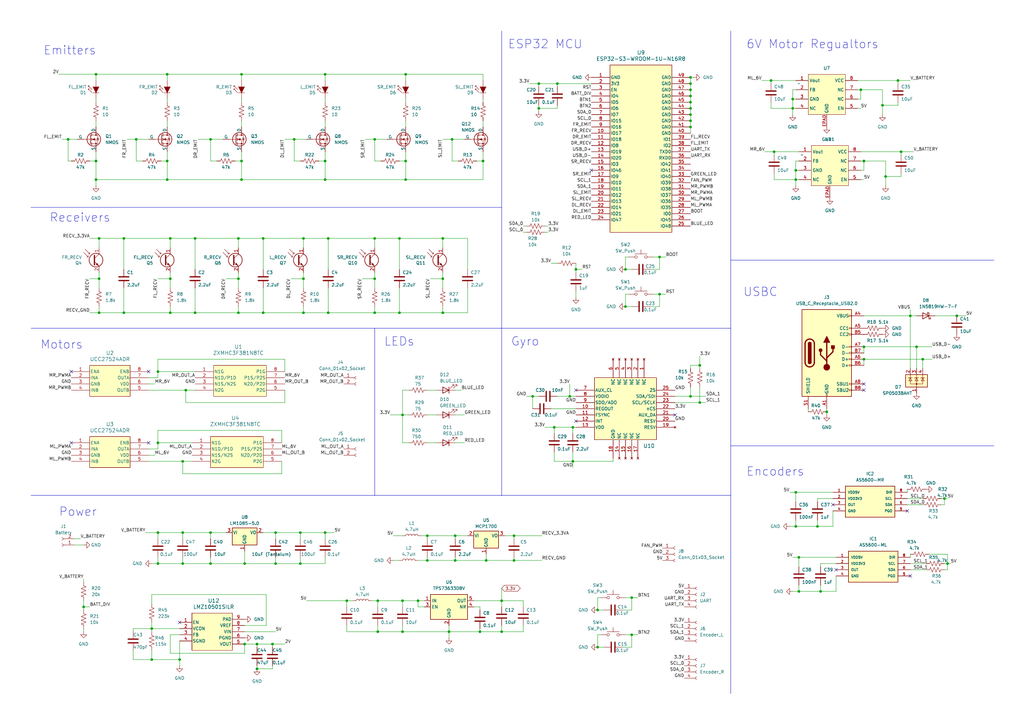
<source format=kicad_sch>
(kicad_sch (version 20230121) (generator eeschema)
  (paper "A3")
  (lib_symbols
    (symbol "Connector:Conn_01x02_Socket" (pin_names (offset 1.016) hide)
      (property "Reference" "J" (at 0 2.54 0))
      (property "Value" "Conn_01x02_Socket" (at 0 -5.08 0))
      (symbol "Conn_01x02_Socket_1_1"
        (pin passive line (at -5.08 0 0) (length 3.81) (name "Pin_1") (number "1"))
        (pin passive line (at -5.08 -2.54 0) (length 3.81) (name "Pin_2") (number "2"))
      )
    )
    (symbol "Connector:Conn_01x03_Socket" (pin_names (offset 1.016) hide)
      (property "Reference" "J" (at 0 5.08 0))
      (property "Value" "Conn_01x03_Socket" (at 0 -5.08 0))
      (symbol "Conn_01x03_Socket_1_1"
        (pin passive line (at -5.08 2.54 0) (length 3.81) (name "Pin_1") (number "1"))
        (pin passive line (at -5.08 0 0) (length 3.81) (name "Pin_2") (number "2"))
        (pin passive line (at -5.08 -2.54 0) (length 3.81) (name "Pin_3") (number "3"))
      )
    )
    (symbol "Connector:Conn_01x04_Socket" (pin_names (offset 1.016) hide)
      (property "Reference" "J" (at 0 5.08 0))
      (property "Value" "Conn_01x04_Socket" (at 0 -7.62 0))
      (symbol "Conn_01x04_Socket_1_1"
        (pin passive line (at -5.08 2.54 0) (length 3.81) (name "Pin_1") (number "1"))
        (pin passive line (at -5.08 0 0) (length 3.81) (name "Pin_2") (number "2"))
        (pin passive line (at -5.08 -2.54 0) (length 3.81) (name "Pin_3") (number "3"))
        (pin passive line (at -5.08 -5.08 0) (length 3.81) (name "Pin_4") (number "4"))
      )
    )
    (symbol "Connector:USB_C_Receptacle_USB2.0" (pin_names (offset 1.016))
      (property "Reference" "J" (at -10.16 19.05 0))
      (property "Value" "USB_C_Receptacle_USB2.0" (at 19.05 19.05 0))
      (symbol "USB_C_Receptacle_USB2.0_1_1"
        (pin passive line (at 0 -22.86 90) (length 5.08) (name "GND") (number "A1"))
        (pin passive line (at 0 -22.86 90) (length 5.08) hide (name "GND") (number "A12"))
        (pin passive line (at 15.24 15.24 180) (length 5.08) (name "VBUS") (number "A4"))
        (pin bidirectional line (at 15.24 10.16 180) (length 5.08) (name "CC1") (number "A5"))
        (pin bidirectional line (at 15.24 -2.54 180) (length 5.08) (name "D+") (number "A6"))
        (pin bidirectional line (at 15.24 2.54 180) (length 5.08) (name "D-") (number "A7"))
        (pin bidirectional line (at 15.24 -12.7 180) (length 5.08) (name "SBU1") (number "A8"))
        (pin passive line (at 15.24 15.24 180) (length 5.08) hide (name "VBUS") (number "A9"))
        (pin passive line (at 0 -22.86 90) (length 5.08) hide (name "GND") (number "B1"))
        (pin passive line (at 0 -22.86 90) (length 5.08) hide (name "GND") (number "B12"))
        (pin passive line (at 15.24 15.24 180) (length 5.08) hide (name "VBUS") (number "B4"))
        (pin bidirectional line (at 15.24 7.62 180) (length 5.08) (name "CC2") (number "B5"))
        (pin bidirectional line (at 15.24 -5.08 180) (length 5.08) (name "D+") (number "B6"))
        (pin bidirectional line (at 15.24 0 180) (length 5.08) (name "D-") (number "B7"))
        (pin bidirectional line (at 15.24 -15.24 180) (length 5.08) (name "SBU2") (number "B8"))
        (pin passive line (at 15.24 15.24 180) (length 5.08) hide (name "VBUS") (number "B9"))
        (pin passive line (at -7.62 -22.86 90) (length 5.08) (name "SHIELD") (number "S1"))
      )
    )
    (symbol "Device:C" (pin_numbers hide) (pin_names (offset 0.254))
      (property "Reference" "C" (at 0.635 2.54 0))
      (property "Value" "C" (at 0.635 -2.54 0))
      (symbol "C_1_1"
        (pin passive line (at 0 3.81 270) (length 2.794) (name "~") (number "1"))
        (pin passive line (at 0 -3.81 90) (length 2.794) (name "~") (number "2"))
      )
    )
    (symbol "Device:L" (pin_numbers hide) (pin_names (offset 1.016) hide)
      (property "Reference" "L" (at -1.27 0 90))
      (property "Value" "L" (at 1.905 0 90))
      (symbol "L_1_1"
        (pin passive line (at 0 3.81 270) (length 1.27) (name "1") (number "1"))
        (pin passive line (at 0 -3.81 90) (length 1.27) (name "2") (number "2"))
      )
    )
    (symbol "Device:LED" (pin_numbers hide) (pin_names (offset 1.016) hide)
      (property "Reference" "D" (at 0 2.54 0))
      (property "Value" "LED" (at 0 -2.54 0))
      (symbol "LED_1_1"
        (pin passive line (at -3.81 0 0) (length 2.54) (name "K") (number "1"))
        (pin passive line (at 3.81 0 180) (length 2.54) (name "A") (number "2"))
      )
    )
    (symbol "Device:R_US" (pin_numbers hide) (pin_names (offset 0))
      (property "Reference" "R" (at 2.54 0 90))
      (property "Value" "R_US" (at -2.54 0 90))
      (symbol "R_US_1_1"
        (pin passive line (at 0 3.81 270) (length 1.27) (name "~") (number "1"))
        (pin passive line (at 0 -3.81 90) (length 1.27) (name "~") (number "2"))
      )
    )
    (symbol "Diode:1N5819" (pin_numbers hide) (pin_names (offset 1.016) hide)
      (property "Reference" "D" (at 0 2.54 0))
      (property "Value" "1N5819" (at 0 -2.54 0))
      (symbol "1N5819_1_1"
        (pin passive line (at -3.81 0 0) (length 2.54) (name "K") (number "1"))
        (pin passive line (at 3.81 0 180) (length 2.54) (name "A") (number "2"))
      )
    )
    (symbol "ESP32-S3-WROOM-1U-N16R8_1" (pin_names (offset 0.254))
      (property "Reference" "U" (at 20.32 10.16 0))
      (property "Value" "ESP32-S3-WROOM-1U-N16R8" (at 20.32 7.62 0))
      (symbol "ESP32-S3-WROOM-1U-N16R8_1_0_1"
        (pin power_out line (at 0 0 0) (length 7.62) (name "GND") (number "1"))
        (pin bidirectional line (at 0 -22.86 0) (length 7.62) (name "IO17") (number "10"))
        (pin bidirectional line (at 0 -25.4 0) (length 7.62) (name "IO18") (number "11"))
        (pin bidirectional line (at 0 -27.94 0) (length 7.62) (name "IO8") (number "12"))
        (pin bidirectional line (at 0 -30.48 0) (length 7.62) (name "IO19") (number "13"))
        (pin bidirectional line (at 0 -33.02 0) (length 7.62) (name "IO20") (number "14"))
        (pin bidirectional line (at 0 -35.56 0) (length 7.62) (name "IO3") (number "15"))
        (pin bidirectional line (at 0 -38.1 0) (length 7.62) (name "IO46") (number "16"))
        (pin bidirectional line (at 0 -40.64 0) (length 7.62) (name "IO9") (number "17"))
        (pin bidirectional line (at 0 -43.18 0) (length 7.62) (name "IO10") (number "18"))
        (pin bidirectional line (at 0 -45.72 0) (length 7.62) (name "IO11") (number "19"))
        (pin power_in line (at 0 -2.54 0) (length 7.62) (name "3V3") (number "2"))
        (pin bidirectional line (at 0 -48.26 0) (length 7.62) (name "IO12") (number "20"))
        (pin bidirectional line (at 0 -50.8 0) (length 7.62) (name "IO13") (number "21"))
        (pin bidirectional line (at 0 -53.34 0) (length 7.62) (name "IO14") (number "22"))
        (pin bidirectional line (at 0 -55.88 0) (length 7.62) (name "IO21") (number "23"))
        (pin bidirectional line (at 0 -58.42 0) (length 7.62) (name "IO47") (number "24"))
        (pin bidirectional line (at 40.64 -60.96 180) (length 7.62) (name "IO48") (number "25"))
        (pin bidirectional line (at 40.64 -58.42 180) (length 7.62) (name "IO45") (number "26"))
        (pin bidirectional line (at 40.64 -55.88 180) (length 7.62) (name "IO0") (number "27"))
        (pin bidirectional line (at 40.64 -53.34 180) (length 7.62) (name "IO35") (number "28"))
        (pin bidirectional line (at 40.64 -50.8 180) (length 7.62) (name "IO36") (number "29"))
        (pin input line (at 0 -5.08 0) (length 7.62) (name "EN") (number "3"))
        (pin bidirectional line (at 40.64 -48.26 180) (length 7.62) (name "IO37") (number "30"))
        (pin bidirectional line (at 40.64 -45.72 180) (length 7.62) (name "IO38") (number "31"))
        (pin bidirectional line (at 40.64 -43.18 180) (length 7.62) (name "IO39") (number "32"))
        (pin bidirectional line (at 40.64 -40.64 180) (length 7.62) (name "IO40") (number "33"))
        (pin bidirectional line (at 40.64 -38.1 180) (length 7.62) (name "IO41") (number "34"))
        (pin bidirectional line (at 40.64 -35.56 180) (length 7.62) (name "IO42") (number "35"))
        (pin bidirectional line (at 40.64 -33.02 180) (length 7.62) (name "RXD0") (number "36"))
        (pin bidirectional line (at 40.64 -30.48 180) (length 7.62) (name "TXD0") (number "37"))
        (pin bidirectional line (at 40.64 -27.94 180) (length 7.62) (name "IO2") (number "38"))
        (pin bidirectional line (at 40.64 -25.4 180) (length 7.62) (name "IO1") (number "39"))
        (pin bidirectional line (at 0 -7.62 0) (length 7.62) (name "IO4") (number "4"))
        (pin power_out line (at 40.64 -22.86 180) (length 7.62) (name "GND") (number "40"))
        (pin power_out line (at 40.64 -17.78 180) (length 7.62) (name "GND") (number "42"))
        (pin power_out line (at 40.64 -15.24 180) (length 7.62) (name "GND") (number "43"))
        (pin power_out line (at 40.64 -12.7 180) (length 7.62) (name "GND") (number "44"))
        (pin power_out line (at 40.64 -10.16 180) (length 7.62) (name "GND") (number "45"))
        (pin power_out line (at 40.64 -7.62 180) (length 7.62) (name "GND") (number "46"))
        (pin power_out line (at 40.64 -5.08 180) (length 7.62) (name "GND") (number "47"))
        (pin power_out line (at 40.64 -2.54 180) (length 7.62) (name "GND") (number "48"))
        (pin power_out line (at 40.64 0 180) (length 7.62) (name "GND") (number "49"))
        (pin bidirectional line (at 0 -10.16 0) (length 7.62) (name "IO5") (number "5"))
        (pin bidirectional line (at 0 -12.7 0) (length 7.62) (name "IO6") (number "6"))
        (pin bidirectional line (at 0 -15.24 0) (length 7.62) (name "IO7") (number "7"))
        (pin bidirectional line (at 0 -17.78 0) (length 7.62) (name "IO15") (number "8"))
        (pin bidirectional line (at 0 -20.32 0) (length 7.62) (name "IO16") (number "9"))
      )
      (symbol "ESP32-S3-WROOM-1U-N16R8_1_1_1"
        (pin power_out line (at 40.64 -20.32 180) (length 7.62) (name "GND") (number "41"))
      )
    )
    (symbol "LMZ10501SILR:LMZ10501SILR" (pin_names (offset 0.254))
      (property "Reference" "U12" (at -3.81 19.05 0))
      (property "Value" "LMZ10501SILR" (at -3.81 16.51 0))
      (symbol "LMZ10501SILR_0_1"
        (pin input line (at -17.78 10.16 0) (length 5.08) (name "EN") (number "1"))
        (pin input line (at -17.78 7.62 0) (length 5.08) (name "VCON") (number "2"))
        (pin input line (at -17.78 5.08 0) (length 5.08) (name "FB") (number "3"))
        (pin power_in line (at -17.78 2.54 0) (length 5.08) (name "SGND") (number "4"))
        (pin power_in line (at 8.89 1.27 180) (length 5.08) (name "VOUT") (number "5"))
        (pin power_in line (at 8.89 3.81 180) (length 5.08) (name "PGND") (number "6"))
        (pin power_in line (at 8.89 6.35 180) (length 5.08) (name "VIN") (number "7"))
        (pin output line (at 8.89 8.89 180) (length 5.08) (name "VREF") (number "8"))
        (pin power_in line (at 8.89 11.43 180) (length 5.08) (name "PAD") (number "9"))
      )
    )
    (symbol "Mercury_Symbols:AS5600-ASOT" (pin_names (offset 1.016))
      (property "Reference" "IC" (at 13.97 6.35 0))
      (property "Value" "AS5600-ASOT" (at 8.89 3.81 0))
      (symbol "AS5600-ASOT_0_0"
        (pin bidirectional line (at 0 0 0) (length 5.08) (name "VDD5V") (number "1"))
        (pin bidirectional line (at 0 -2.54 0) (length 5.08) (name "VDD3V3") (number "2"))
        (pin bidirectional line (at 0 -5.08 0) (length 5.08) (name "OUT") (number "3"))
        (pin bidirectional line (at 0 -7.62 0) (length 5.08) (name "GND") (number "4"))
        (pin bidirectional line (at 30.48 -7.62 180) (length 5.08) (name "PGO") (number "5"))
        (pin bidirectional line (at 30.48 -5.08 180) (length 5.08) (name "SDA") (number "6"))
        (pin bidirectional line (at 30.48 -2.54 180) (length 5.08) (name "SCL") (number "7"))
        (pin bidirectional line (at 30.48 0 180) (length 5.08) (name "DIR") (number "8"))
      )
    )
    (symbol "Mercury_Symbols:BD60FC0WEFJ-E2"
      (property "Reference" "U" (at 11.43 7.62 0))
      (symbol "BD60FC0WEFJ-E2_1_1"
        (pin power_out line (at -1.27 1.27 0) (length 5.08) (name "Vout") (number "1"))
        (pin input line (at -1.27 -2.54 0) (length 5.08) (name "FB") (number "2"))
        (pin power_in line (at -1.27 -6.35 0) (length 5.08) (name "GND") (number "3"))
        (pin input line (at -1.27 -10.16 0) (length 5.08) (name "NC") (number "4"))
        (pin input line (at 24.13 -10.16 180) (length 5.08) (name "EN") (number "5"))
        (pin input line (at 24.13 -6.35 180) (length 5.08) (name "NC") (number "6"))
        (pin input line (at 24.13 -2.54 180) (length 5.08) (name "NC") (number "7"))
        (pin power_in line (at 24.13 1.27 180) (length 5.08) (name "VCC") (number "8"))
        (pin power_in line (at 11.43 -17.78 90) (length 5.08) (name "GND") (number "EPAD"))
      )
    )
    (symbol "Mercury_Symbols:MPU-6500" (pin_names (offset 0.254))
      (property "Reference" "U10" (at 37.7541 -25.4 0))
      (property "Value" "MPU-6500" (at 37.7541 -27.94 0))
      (symbol "MPU-6500_0_1"
        (pin no_connect line (at 38.1 10.16 270) (length 7.62) (name "NC") (number "1"))
        (pin unspecified line (at 10.16 -10.16 0) (length 7.62) (name "REGOUT") (number "10"))
        (pin input line (at 10.16 -12.7 0) (length 7.62) (name "FSYNC") (number "11"))
        (pin output line (at 10.16 -15.24 0) (length 7.62) (name "INT") (number "12"))
        (pin power_in line (at 10.16 -17.78 0) (length 7.62) (name "VDD") (number "13"))
        (pin no_connect line (at 27.94 -30.48 90) (length 7.62) (name "NC") (number "14"))
        (pin no_connect line (at 30.48 -30.48 90) (length 7.62) (name "NC") (number "15"))
        (pin no_connect line (at 33.02 -30.48 90) (length 7.62) (name "NC") (number "16"))
        (pin no_connect line (at 35.56 -30.48 90) (length 7.62) (name "NC") (number "17"))
        (pin power_out line (at 25.4 -30.48 90) (length 7.62) (name "GND") (number "18"))
        (pin no_connect line (at 50.8 -17.78 180) (length 7.62) (name "RESV") (number "19"))
        (pin no_connect line (at 35.56 10.16 270) (length 7.62) (name "NC") (number "2"))
        (pin unspecified line (at 50.8 -12.7 180) (length 7.62) (name "AUX_DA") (number "21"))
        (pin unspecified line (at 50.8 -10.16 180) (length 7.62) (name "nCS") (number "22"))
        (pin unspecified line (at 50.8 -7.62 180) (length 7.62) (name "SCL/SCLK") (number "23"))
        (pin unspecified line (at 50.8 -5.08 180) (length 7.62) (name "SDA/SDI") (number "24"))
        (pin unspecified line (at 50.8 -2.54 180) (length 7.62) (name "25") (number "25"))
        (pin no_connect line (at 33.02 10.16 270) (length 7.62) (name "NC") (number "3"))
        (pin no_connect line (at 30.48 10.16 270) (length 7.62) (name "NC") (number "4"))
        (pin no_connect line (at 27.94 10.16 270) (length 7.62) (name "NC") (number "5"))
        (pin no_connect line (at 25.4 10.16 270) (length 7.62) (name "NC") (number "6"))
        (pin unspecified line (at 10.16 -2.54 0) (length 7.62) (name "AUX_CL") (number "7"))
        (pin power_in line (at 10.16 -5.08 0) (length 7.62) (name "VDDIO") (number "8"))
        (pin unspecified line (at 10.16 -7.62 0) (length 7.62) (name "SDO/ADO") (number "9"))
      )
      (symbol "MPU-6500_1_1"
        (pin bidirectional line (at 50.8 -15.24 180) (length 7.62) (name "RESV") (number "20"))
      )
    )
    (symbol "Mercury_Symbols:SP0503BAHT" (pin_names hide)
      (property "Reference" "D" (at 5.715 2.54 0))
      (property "Value" "SP0503BAHT" (at 5.715 0.635 0))
      (symbol "SP0503BAHT_0_0"
        (pin passive line (at 0 -5.08 90) (length 2.54) (name "A") (number "1"))
      )
      (symbol "SP0503BAHT_1_1"
        (pin passive line (at -2.54 5.08 270) (length 2.54) (name "K") (number "2"))
        (pin passive line (at 0 5.08 270) (length 2.54) (name "K") (number "3"))
        (pin passive line (at 2.54 5.08 270) (length 2.54) (name "K") (number "4"))
      )
    )
    (symbol "Mercury_Symbols:UCC27524ADR" (pin_names (offset 0.254))
      (property "Reference" "U" (at 40.64 6.35 0))
      (property "Value" "UCC27524ADR" (at 40.64 3.81 0))
      (symbol "UCC27524ADR_0_1"
        (pin input line (at 24.13 0 0) (length 7.62) (name "ENA") (number "1"))
        (pin input line (at 24.13 -2.54 0) (length 7.62) (name "INA") (number "2"))
        (pin power_in line (at 24.13 -5.08 0) (length 7.62) (name "GNB") (number "3"))
        (pin input line (at 24.13 -7.62 0) (length 7.62) (name "INB") (number "4"))
        (pin output line (at 55.88 -7.62 180) (length 7.62) (name "OUTB") (number "5"))
        (pin input line (at 55.88 -5.08 180) (length 7.62) (name "VDD") (number "6"))
        (pin output line (at 55.88 -2.54 180) (length 7.62) (name "OUTA") (number "7"))
        (pin input line (at 55.88 0 180) (length 7.62) (name "ENB") (number "8"))
      )
    )
    (symbol "Mercury_Symbols:ZXMHC3F381N8TC" (pin_names (offset 0.254))
      (property "Reference" "U1" (at 31.75 10.16 0))
      (property "Value" "ZXMHC3F381N8TC" (at 31.75 7.62 0))
      (symbol "ZXMHC3F381N8TC_0_1"
        (pin bidirectional line (at 13.97 1.27 0) (length 7.62) (name "N1G") (number "1"))
        (pin bidirectional line (at 13.97 -1.27 0) (length 7.62) (name "N1D/P1D") (number "2"))
        (pin bidirectional line (at 13.97 -3.81 0) (length 7.62) (name "N1S/N2S") (number "3"))
        (pin bidirectional line (at 13.97 -6.35 0) (length 7.62) (name "N2G") (number "4"))
        (pin unspecified line (at 50.8 -6.35 180) (length 7.62) (name "P2G") (number "5"))
        (pin bidirectional line (at 50.8 -3.81 180) (length 7.62) (name "N2D/P2D") (number "6"))
        (pin bidirectional line (at 50.8 -1.27 180) (length 7.62) (name "P1S/P2S") (number "7"))
        (pin bidirectional line (at 50.8 1.27 180) (length 7.62) (name "P1G") (number "8"))
      )
    )
    (symbol "Regulator_Linear:LM1085-5.0" (pin_names (offset 0.254))
      (property "Reference" "U" (at -3.81 3.175 0))
      (property "Value" "LM1085-5.0" (at 0 3.175 0))
      (symbol "LM1085-5.0_1_1"
        (pin power_in line (at 0 -7.62 90) (length 2.54) (name "GND") (number "1"))
        (pin power_out line (at 7.62 0 180) (length 2.54) (name "VO") (number "2"))
        (pin power_in line (at -7.62 0 0) (length 2.54) (name "VI") (number "3"))
      )
    )
    (symbol "Regulator_Linear:MCP1700x-330xxMB" (pin_names (offset 0.254))
      (property "Reference" "U" (at -3.81 3.175 0))
      (property "Value" "MCP1700x-330xxMB" (at 0 3.175 0))
      (symbol "MCP1700x-330xxMB_1_1"
        (pin power_in line (at 0 -7.62 90) (length 2.54) (name "GND") (number "1"))
        (pin power_in line (at -7.62 0 0) (length 2.54) (name "VI") (number "2"))
        (pin power_out line (at 7.62 0 180) (length 2.54) (name "VO") (number "3"))
      )
    )
    (symbol "Regulator_Linear:TPS73633DBV"
      (property "Reference" "U" (at -6.35 6.35 0))
      (property "Value" "TPS73633DBV" (at 1.27 6.35 0))
      (symbol "TPS73633DBV_1_1"
        (pin power_in line (at -10.16 2.54 0) (length 2.54) (name "IN") (number "1"))
        (pin power_in line (at 0 -7.62 90) (length 2.54) (name "GND") (number "2"))
        (pin input line (at -10.16 0 0) (length 2.54) (name "EN") (number "3"))
        (pin passive line (at 10.16 0 180) (length 2.54) (name "NR") (number "4"))
        (pin power_out line (at 10.16 2.54 180) (length 2.54) (name "OUT") (number "5"))
      )
    )
    (symbol "Simulation_SPICE:NMOS" (pin_numbers hide) (pin_names (offset 0))
      (property "Reference" "Q" (at 5.08 1.27 0))
      (property "Value" "NMOS" (at 5.08 -1.27 0))
      (symbol "NMOS_1_1"
        (pin passive line (at 2.54 5.08 270) (length 2.54) (name "D") (number "1"))
        (pin input line (at -5.08 0 0) (length 2.54) (name "G") (number "2"))
        (pin passive line (at 2.54 -5.08 90) (length 2.54) (name "S") (number "3"))
      )
    )
    (symbol "Switch:SW_Push" (pin_numbers hide) (pin_names (offset 1.016) hide)
      (property "Reference" "SW" (at 1.27 2.54 0))
      (property "Value" "SW_Push" (at 0 -1.524 0))
      (symbol "SW_Push_0_1"
        (pin passive line (at -5.08 0 0) (length 2.54) (name "1") (number "1"))
        (pin passive line (at 5.08 0 180) (length 2.54) (name "2") (number "2"))
      )
    )
    (symbol "bloo-rescue:IRL81A-LED-mouse_v2-rescue" (pin_numbers hide) (pin_names (offset 1.016) hide)
      (property "Reference" "D" (at 0.508 1.778 0))
      (property "Value" "IRL81A-LED-mouse_v2-rescue" (at -1.016 -2.794 0))
      (symbol "IRL81A-LED-mouse_v2-rescue_1_1"
        (pin passive line (at -5.08 0 0) (length 2.54) (name "K") (number "1"))
        (pin passive line (at 2.54 0 180) (length 2.54) (name "A") (number "2"))
      )
    )
    (symbol "bloo-rescue:Q_Photo_NPN-Device-mouse_v2-rescue" (pin_names (offset 0) hide)
      (property "Reference" "Q" (at 5.08 1.27 0))
      (property "Value" "Q_Photo_NPN-Device-mouse_v2-rescue" (at 5.08 -1.27 0))
      (symbol "Q_Photo_NPN-Device-mouse_v2-rescue_1_1"
        (pin passive line (at 2.54 5.08 270) (length 2.54) (name "C") (number "1"))
        (pin passive line (at 2.54 -5.08 90) (length 2.54) (name "E") (number "2"))
      )
    )
    (symbol "power:GND" (power) (pin_names (offset 0))
      (property "Value" "GND" (at 0 -3.81 0))
      (symbol "GND_1_1"
        (pin power_in line (at 0 0 270) (length 0) hide (name "GND") (number "1"))
      )
    )
  )
  (junction (at 316.23 33.02))
  (junction (at 62.23 257.81))
  (junction (at 64.77 218.44))
  (junction (at 133.35 73.66))
  (junction (at 175.26 219.71))
  (junction (at 245.11 250.19))
  (junction (at 64.77 231.14))
  (junction (at 97.79 97.79))
  (junction (at 205.74 259.08))
  (junction (at 270.51 105.41))
  (junction (at 69.85 97.79))
  (junction (at 361.95 43.18))
  (junction (at 234.95 175.26))
  (junction (at 27.94 57.15))
  (junction (at 325.12 44.45))
  (junction (at 369.57 62.23))
  (junction (at 354.33 142.24))
  (junction (at 80.01 128.27))
  (junction (at 111.76 264.16))
  (junction (at 233.68 162.56))
  (junction (at 354.33 147.32))
  (junction (at 256.54 110.49))
  (junction (at 133.35 218.44))
  (junction (at 153.67 57.15))
  (junction (at 218.44 162.56))
  (junction (at 326.39 69.85))
  (junction (at 113.03 231.14))
  (junction (at 134.62 97.79))
  (junction (at 86.36 218.44))
  (junction (at 76.2 160.02))
  (junction (at 124.46 114.3))
  (junction (at 97.79 114.3))
  (junction (at 388.62 231.14))
  (junction (at 123.19 218.44))
  (junction (at 107.95 97.79))
  (junction (at 326.39 73.66))
  (junction (at 142.24 246.38))
  (junction (at 184.15 259.08))
  (junction (at 69.85 128.27))
  (junction (at 259.08 260.35))
  (junction (at 220.98 44.45))
  (junction (at 326.39 201.93))
  (junction (at 283.21 162.56))
  (junction (at 113.03 218.44))
  (junction (at 228.6 34.29))
  (junction (at 181.61 114.3))
  (junction (at 68.58 73.66))
  (junction (at 64.77 152.4))
  (junction (at 124.46 128.27))
  (junction (at 175.26 229.87))
  (junction (at 256.54 125.73))
  (junction (at 55.88 57.15))
  (junction (at 181.61 128.27))
  (junction (at 69.85 114.3))
  (junction (at 287.02 149.86))
  (junction (at 210.82 229.87))
  (junction (at 105.41 264.16))
  (junction (at 198.12 66.04))
  (junction (at 185.42 57.15))
  (junction (at 196.85 259.08))
  (junction (at 74.93 218.44))
  (junction (at 120.65 57.15))
  (junction (at 99.06 30.48))
  (junction (at 283.21 41.91))
  (junction (at 270.51 120.65))
  (junction (at 317.5 62.23))
  (junction (at 153.67 97.79))
  (junction (at 50.8 128.27))
  (junction (at 50.8 97.79))
  (junction (at 205.74 246.38))
  (junction (at 325.12 40.64))
  (junction (at 165.1 259.08))
  (junction (at 234.95 189.23))
  (junction (at 133.35 30.48))
  (junction (at 283.21 31.75))
  (junction (at 171.45 246.38))
  (junction (at 40.64 128.27))
  (junction (at 326.39 215.9))
  (junction (at 354.33 66.04))
  (junction (at 368.3 33.02))
  (junction (at 165.1 246.38))
  (junction (at 353.06 36.83))
  (junction (at 73.66 270.51))
  (junction (at 99.06 73.66))
  (junction (at 283.21 39.37))
  (junction (at 373.38 129.54))
  (junction (at 86.36 231.14))
  (junction (at 283.21 44.45))
  (junction (at 335.28 215.9))
  (junction (at 327.66 242.57))
  (junction (at 283.21 52.07))
  (junction (at 336.55 242.57))
  (junction (at 68.58 30.48))
  (junction (at 163.83 97.79))
  (junction (at 153.67 128.27))
  (junction (at 283.21 34.29))
  (junction (at 163.83 128.27))
  (junction (at 363.22 72.39))
  (junction (at 186.69 229.87))
  (junction (at 64.77 181.61))
  (junction (at 199.39 229.87))
  (junction (at 74.93 189.23))
  (junction (at 220.98 34.29))
  (junction (at 283.21 46.99))
  (junction (at 34.29 248.92))
  (junction (at 68.58 66.04))
  (junction (at 210.82 219.71))
  (junction (at 186.69 219.71))
  (junction (at 166.37 66.04))
  (junction (at 181.61 97.79))
  (junction (at 74.93 231.14))
  (junction (at 166.37 30.48))
  (junction (at 40.64 114.3))
  (junction (at 123.19 231.14))
  (junction (at 80.01 97.79))
  (junction (at 100.33 231.14))
  (junction (at 392.43 129.54))
  (junction (at 99.06 66.04))
  (junction (at 40.64 97.79))
  (junction (at 124.46 97.79))
  (junction (at 134.62 128.27))
  (junction (at 154.94 246.38))
  (junction (at 107.95 128.27))
  (junction (at 39.37 73.66))
  (junction (at 375.92 142.24))
  (junction (at 227.33 175.26))
  (junction (at 133.35 66.04))
  (junction (at 153.67 114.3))
  (junction (at 245.11 265.43))
  (junction (at 387.35 204.47))
  (junction (at 105.41 274.32))
  (junction (at 154.94 259.08))
  (junction (at 86.36 57.15))
  (junction (at 287.02 165.1))
  (junction (at 259.08 245.11))
  (junction (at 62.23 270.51))
  (junction (at 97.79 128.27))
  (junction (at 165.1 170.18))
  (junction (at 378.46 147.32))
  (junction (at 283.21 36.83))
  (junction (at 39.37 66.04))
  (junction (at 166.37 73.66))
  (junction (at 236.22 110.49))
  (junction (at 339.09 168.91))
  (junction (at 327.66 228.6))
  (junction (at 283.21 49.53))
  (junction (at 39.37 30.48))
  (junction (at 100.33 264.16))
  (no_connect (at 236.22 172.72))
  (no_connect (at 372.11 209.55))
  (no_connect (at 341.63 207.01))
  (no_connect (at 236.22 160.02))
  (no_connect (at 354.33 157.48))
  (no_connect (at 60.96 181.61))
  (no_connect (at 60.96 152.4))
  (no_connect (at 29.21 181.61))
  (no_connect (at 29.21 152.4))
  (no_connect (at 354.33 160.02))
  (no_connect (at 73.66 255.27))
  (no_connect (at 342.9 233.68))
  (no_connect (at 276.86 170.18))
  (no_connect (at 373.38 236.22))
  (no_connect (at 242.57 69.85))
  (no_connect (at -314.96 54.61))
  (wire (pts (xy 52.07 57.15) (xy 55.88 57.15)))
  (wire (pts (xy 144.78 246.38) (xy 142.24 246.38)))
  (wire (pts (xy 228.6 162.56) (xy 233.68 162.56)))
  (wire (pts (xy 163.83 97.79) (xy 181.61 97.79)))
  (wire (pts (xy 134.62 97.79) (xy 153.67 97.79)))
  (wire (pts (xy 161.29 229.87) (xy 163.83 229.87)))
  (wire (pts (xy 205.74 259.08) (xy 196.85 259.08)))
  (wire (pts (xy 133.35 40.64) (xy 133.35 41.91)))
  (wire (pts (xy 368.3 43.18) (xy 361.95 43.18)))
  (wire (pts (xy 388.62 231.14) (xy 389.89 231.14)))
  (wire (pts (xy 76.2 160.02) (xy 80.01 160.02)))
  (wire (pts (xy 60.96 184.15) (xy 64.77 184.15)))
  (wire (pts (xy 100.33 267.97) (xy 100.33 264.16)))
  (wire (pts (xy 39.37 49.53) (xy 39.37 52.07)))
  (wire (pts (xy 339.09 170.18) (xy 339.09 168.91)))
  (wire (pts (xy 40.64 128.27) (xy 50.8 128.27)))
  (wire (pts (xy 134.62 128.27) (xy 153.67 128.27)))
  (wire (pts (xy 60.96 154.94) (xy 64.77 154.94)))
  (wire (pts (xy 165.1 170.18) (xy 167.64 170.18)))
  (wire (pts (xy 97.79 125.73) (xy 97.79 128.27)))
  (wire (pts (xy 133.35 218.44) (xy 137.16 218.44)))
  (wire (pts (xy 184.15 256.54) (xy 184.15 259.08)))
  (wire (pts (xy 194.31 246.38) (xy 205.74 246.38)))
  (wire (pts (xy 68.58 66.04) (xy 68.58 73.66)))
  (wire (pts (xy 245.11 250.19) (xy 247.65 250.19)))
  (wire (pts (xy 325.12 40.64) (xy 326.39 40.64)))
  (wire (pts (xy 354.33 129.54) (xy 373.38 129.54)))
  (wire (pts (xy 80.01 97.79) (xy 97.79 97.79)))
  (wire (pts (xy 326.39 73.66) (xy 327.66 73.66)))
  (wire (pts (xy 283.21 46.99) (xy 283.21 49.53)))
  (wire (pts (xy 92.71 114.3) (xy 97.79 114.3)))
  (wire (pts (xy 100.33 226.06) (xy 100.33 231.14)))
  (wire (pts (xy 116.84 147.32) (xy 116.84 152.4)))
  (wire (pts (xy 210.82 219.71) (xy 222.25 219.71)))
  (wire (pts (xy 372.11 204.47) (xy 378.46 204.47)))
  (wire (pts (xy 375.92 142.24) (xy 354.33 142.24)))
  (wire (pts (xy 325.12 46.99) (xy 325.12 44.45)))
  (wire (pts (xy 165.1 256.54) (xy 165.1 259.08)))
  (wire (pts (xy 69.85 114.3) (xy 69.85 118.11)))
  (wire (pts (xy 220.98 34.29) (xy 220.98 35.56)))
  (wire (pts (xy 327.66 242.57) (xy 336.55 242.57)))
  (wire (pts (xy 161.29 219.71) (xy 165.1 219.71)))
  (wire (pts (xy 369.57 71.12) (xy 369.57 72.39)))
  (wire (pts (xy 283.21 36.83) (xy 283.21 39.37)))
  (wire (pts (xy 165.1 181.61) (xy 167.64 181.61)))
  (wire (pts (xy 107.95 218.44) (xy 113.03 218.44)))
  (wire (pts (xy 105.41 274.32) (xy 111.76 274.32)))
  (wire (pts (xy 113.03 228.6) (xy 113.03 231.14)))
  (wire (pts (xy 181.61 111.76) (xy 181.61 114.3)))
  (wire (pts (xy 69.85 111.76) (xy 69.85 114.3)))
  (wire (pts (xy 100.33 259.08) (xy 113.03 259.08)))
  (wire (pts (xy 191.77 118.11) (xy 191.77 128.27)))
  (wire (pts (xy 64.77 152.4) (xy 64.77 154.94)))
  (wire (pts (xy 105.41 265.43) (xy 105.41 264.16)))
  (wire (pts (xy 388.62 233.68) (xy 387.35 233.68)))
  (wire (pts (xy 123.19 218.44) (xy 113.03 218.44)))
  (wire (pts (xy 259.08 260.35) (xy 259.08 265.43)))
  (wire (pts (xy 36.83 66.04) (xy 39.37 66.04)))
  (wire (pts (xy 86.36 218.44) (xy 92.71 218.44)))
  (wire (pts (xy 148.59 114.3) (xy 153.67 114.3)))
  (wire (pts (xy 176.53 114.3) (xy 181.61 114.3)))
  (wire (pts (xy 223.52 95.25) (xy 224.79 95.25)))
  (wire (pts (xy 185.42 66.04) (xy 187.96 66.04)))
  (wire (pts (xy 62.23 231.14) (xy 64.77 231.14)))
  (wire (pts (xy 40.64 111.76) (xy 40.64 114.3)))
  (wire (pts (xy 323.85 215.9) (xy 326.39 215.9)))
  (wire (pts (xy 373.38 227.33) (xy 373.38 228.6)))
  (wire (pts (xy 30.48 220.98) (xy 33.02 220.98)))
  (wire (pts (xy 73.66 260.35) (xy 69.85 260.35)))
  (wire (pts (xy 353.06 40.64) (xy 351.79 40.64)))
  (wire (pts (xy 50.8 128.27) (xy 69.85 128.27)))
  (wire (pts (xy 116.84 165.1) (xy 76.2 165.1)))
  (wire (pts (xy 210.82 219.71) (xy 210.82 220.98)))
  (wire (pts (xy 86.36 57.15) (xy 86.36 66.04)))
  (wire (pts (xy 111.76 264.16) (xy 116.84 264.16)))
  (polyline (pts (xy 299.72 252.73) (xy 299.72 284.48)))
  (wire (pts (xy 39.37 66.04) (xy 39.37 62.23)))
  (wire (pts (xy 173.99 248.92) (xy 171.45 248.92)))
  (wire (pts (xy 335.28 215.9) (xy 335.28 213.36)))
  (wire (pts (xy 100.33 231.14) (xy 86.36 231.14)))
  (wire (pts (xy 259.08 260.35) (xy 261.62 260.35)))
  (wire (pts (xy 27.94 57.15) (xy 27.94 66.04)))
  (wire (pts (xy 63.5 186.69) (xy 60.96 186.69)))
  (polyline (pts (xy 205.74 203.2) (xy 299.72 203.2)))
  (wire (pts (xy 214.63 248.92) (xy 214.63 246.38)))
  (wire (pts (xy 255.27 265.43) (xy 259.08 265.43)))
  (wire (pts (xy 69.85 260.35) (xy 69.85 267.97)))
  (wire (pts (xy 186.69 160.02) (xy 189.23 160.02)))
  (wire (pts (xy 354.33 66.04) (xy 363.22 66.04)))
  (wire (pts (xy 214.63 95.25) (xy 215.9 95.25)))
  (wire (pts (xy 326.39 213.36) (xy 326.39 215.9)))
  (wire (pts (xy 283.21 41.91) (xy 283.21 44.45)))
  (wire (pts (xy 64.77 181.61) (xy 64.77 176.53)))
  (wire (pts (xy 166.37 40.64) (xy 166.37 41.91)))
  (wire (pts (xy 195.58 66.04) (xy 198.12 66.04)))
  (wire (pts (xy 99.06 40.64) (xy 99.06 41.91)))
  (wire (pts (xy 142.24 256.54) (xy 142.24 259.08)))
  (polyline (pts (xy 12.7 85.09) (xy 205.74 85.09)))
  (wire (pts (xy 175.26 219.71) (xy 186.69 219.71)))
  (wire (pts (xy 227.33 177.8) (xy 227.33 175.26)))
  (wire (pts (xy 234.95 189.23) (xy 234.95 185.42)))
  (wire (pts (xy 270.51 120.65) (xy 273.05 120.65)))
  (wire (pts (xy 205.74 246.38) (xy 214.63 246.38)))
  (wire (pts (xy 39.37 66.04) (xy 39.37 73.66)))
  (wire (pts (xy 199.39 227.33) (xy 199.39 229.87)))
  (wire (pts (xy 99.06 62.23) (xy 99.06 66.04)))
  (wire (pts (xy 123.19 228.6) (xy 123.19 231.14)))
  (wire (pts (xy 205.74 256.54) (xy 205.74 259.08)))
  (wire (pts (xy 68.58 30.48) (xy 68.58 33.02)))
  (wire (pts (xy 109.22 243.84) (xy 109.22 256.54)))
  (polyline (pts (xy 12.7 134.62) (xy 205.74 134.62)))
  (wire (pts (xy 181.61 125.73) (xy 181.61 128.27)))
  (wire (pts (xy 372.11 200.66) (xy 372.11 201.93)))
  (wire (pts (xy 255.27 250.19) (xy 259.08 250.19)))
  (wire (pts (xy 270.51 105.41) (xy 270.51 110.49)))
  (wire (pts (xy 133.35 30.48) (xy 133.35 33.02)))
  (wire (pts (xy 165.1 246.38) (xy 171.45 246.38)))
  (wire (pts (xy 123.19 231.14) (xy 113.03 231.14)))
  (wire (pts (xy 354.33 147.32) (xy 354.33 149.86)))
  (wire (pts (xy 228.6 34.29) (xy 228.6 35.56)))
  (wire (pts (xy 245.11 265.43) (xy 247.65 265.43)))
  (wire (pts (xy 198.12 66.04) (xy 198.12 73.66)))
  (wire (pts (xy 354.33 66.04) (xy 354.33 69.85)))
  (wire (pts (xy 234.95 175.26) (xy 236.22 175.26)))
  (wire (pts (xy 63.5 157.48) (xy 60.96 157.48)))
  (wire (pts (xy 153.67 97.79) (xy 163.83 97.79)))
  (wire (pts (xy 181.61 97.79) (xy 181.61 101.6)))
  (wire (pts (xy 373.38 233.68) (xy 379.73 233.68)))
  (wire (pts (xy 317.5 73.66) (xy 326.39 73.66)))
  (wire (pts (xy 375.92 142.24) (xy 382.27 142.24)))
  (polyline (pts (xy 299.72 12.7) (xy 299.72 134.62)))
  (wire (pts (xy 54.61 270.51) (xy 54.61 266.7)))
  (wire (pts (xy 74.93 228.6) (xy 74.93 231.14)))
  (wire (pts (xy 74.93 194.31) (xy 74.93 189.23)))
  (wire (pts (xy 116.84 57.15) (xy 120.65 57.15)))
  (wire (pts (xy 69.85 128.27) (xy 80.01 128.27)))
  (wire (pts (xy 165.1 181.61) (xy 165.1 170.18)))
  (wire (pts (xy 133.35 30.48) (xy 166.37 30.48)))
  (wire (pts (xy 283.21 52.07) (xy 283.21 54.61)))
  (wire (pts (xy 133.35 66.04) (xy 133.35 73.66)))
  (wire (pts (xy 54.61 257.81) (xy 62.23 257.81)))
  (wire (pts (xy 326.39 215.9) (xy 335.28 215.9)))
  (wire (pts (xy 361.95 36.83) (xy 361.95 43.18)))
  (wire (pts (xy 327.66 66.04) (xy 326.39 66.04)))
  (wire (pts (xy 69.85 267.97) (xy 100.33 267.97)))
  (wire (pts (xy 199.39 229.87) (xy 210.82 229.87)))
  (wire (pts (xy 160.02 170.18) (xy 165.1 170.18)))
  (wire (pts (xy 186.69 219.71) (xy 186.69 220.98)))
  (wire (pts (xy 39.37 40.64) (xy 39.37 41.91)))
  (wire (pts (xy 50.8 97.79) (xy 69.85 97.79)))
  (wire (pts (xy 283.21 31.75) (xy 283.21 34.29)))
  (wire (pts (xy 353.06 73.66) (xy 354.33 73.66)))
  (wire (pts (xy 86.36 231.14) (xy 74.93 231.14)))
  (wire (pts (xy 210.82 229.87) (xy 222.25 229.87)))
  (wire (pts (xy 64.77 231.14) (xy 74.93 231.14)))
  (wire (pts (xy 133.35 66.04) (xy 133.35 62.23)))
  (wire (pts (xy 316.23 33.02) (xy 316.23 34.29)))
  (wire (pts (xy 64.77 114.3) (xy 69.85 114.3)))
  (wire (pts (xy 99.06 66.04) (xy 99.06 73.66)))
  (wire (pts (xy 99.06 30.48) (xy 133.35 30.48)))
  (wire (pts (xy 116.84 160.02) (xy 116.84 165.1)))
  (wire (pts (xy 342.9 242.57) (xy 336.55 242.57)))
  (wire (pts (xy 166.37 49.53) (xy 166.37 52.07)))
  (wire (pts (xy 186.69 228.6) (xy 186.69 229.87)))
  (wire (pts (xy 111.76 265.43) (xy 111.76 264.16)))
  (wire (pts (xy 236.22 107.95) (xy 236.22 110.49)))
  (wire (pts (xy 283.21 151.13) (xy 283.21 149.86)))
  (wire (pts (xy 62.23 255.27) (xy 62.23 257.81)))
  (wire (pts (xy 287.02 149.86) (xy 287.02 151.13)))
  (wire (pts (xy 133.35 228.6) (xy 133.35 231.14)))
  (wire (pts (xy 154.94 256.54) (xy 154.94 259.08)))
  (wire (pts (xy 227.33 175.26) (xy 234.95 175.26)))
  (wire (pts (xy 378.46 147.32) (xy 382.27 147.32)))
  (polyline (pts (xy 299.72 182.88) (xy 407.67 182.88)))
  (wire (pts (xy 223.52 175.26) (xy 227.33 175.26)))
  (wire (pts (xy 336.55 231.14) (xy 342.9 231.14)))
  (wire (pts (xy 217.17 34.29) (xy 220.98 34.29)))
  (wire (pts (xy 373.38 129.54) (xy 373.38 151.13)))
  (wire (pts (xy 73.66 270.51) (xy 73.66 273.05)))
  (wire (pts (xy 351.79 44.45) (xy 353.06 44.45)))
  (wire (pts (xy 39.37 30.48) (xy 68.58 30.48)))
  (wire (pts (xy 234.95 177.8) (xy 234.95 175.26)))
  (wire (pts (xy 186.69 170.18) (xy 190.5 170.18)))
  (wire (pts (xy 353.06 66.04) (xy 354.33 66.04)))
  (wire (pts (xy 266.7 110.49) (xy 270.51 110.49)))
  (wire (pts (xy 327.66 228.6) (xy 342.9 228.6)))
  (wire (pts (xy 153.67 97.79) (xy 153.67 101.6)))
  (wire (pts (xy 39.37 30.48) (xy 39.37 33.02)))
  (wire (pts (xy 245.11 245.11) (xy 245.11 250.19)))
  (wire (pts (xy 124.46 114.3) (xy 124.46 118.11)))
  (wire (pts (xy 185.42 57.15) (xy 190.5 57.15)))
  (wire (pts (xy 228.6 44.45) (xy 228.6 43.18)))
  (wire (pts (xy 86.36 218.44) (xy 86.36 220.98)))
  (wire (pts (xy 68.58 66.04) (xy 68.58 62.23)))
  (wire (pts (xy 326.39 36.83) (xy 325.12 36.83)))
  (wire (pts (xy 325.12 36.83) (xy 325.12 40.64)))
  (wire (pts (xy 373.38 127) (xy 373.38 129.54)))
  (wire (pts (xy 60.96 189.23) (xy 74.93 189.23)))
  (wire (pts (xy 154.94 246.38) (xy 165.1 246.38)))
  (wire (pts (xy 312.42 33.02) (xy 316.23 33.02)))
  (polyline (pts (xy 153.67 134.62) (xy 153.67 203.2)))
  (wire (pts (xy 134.62 118.11) (xy 134.62 128.27)))
  (wire (pts (xy 267.97 120.65) (xy 270.51 120.65)))
  (wire (pts (xy 342.9 236.22) (xy 342.9 242.57)))
  (wire (pts (xy 326.39 73.66) (xy 326.39 69.85)))
  (wire (pts (xy 68.58 73.66) (xy 99.06 73.66)))
  (wire (pts (xy 270.51 120.65) (xy 270.51 125.73)))
  (wire (pts (xy 226.06 167.64) (xy 236.22 167.64)))
  (wire (pts (xy 256.54 105.41) (xy 256.54 110.49)))
  (wire (pts (xy 60.96 160.02) (xy 76.2 160.02)))
  (wire (pts (xy 154.94 246.38) (xy 154.94 248.92)))
  (wire (pts (xy 198.12 30.48) (xy 198.12 33.02)))
  (wire (pts (xy 388.62 231.14) (xy 387.35 231.14)))
  (wire (pts (xy 256.54 105.41) (xy 257.81 105.41)))
  (wire (pts (xy 228.6 34.29) (xy 242.57 34.29)))
  (wire (pts (xy 107.95 97.79) (xy 124.46 97.79)))
  (wire (pts (xy 97.79 97.79) (xy 97.79 101.6)))
  (wire (pts (xy 198.12 66.04) (xy 198.12 62.23)))
  (wire (pts (xy 166.37 30.48) (xy 166.37 33.02)))
  (wire (pts (xy 74.93 218.44) (xy 74.93 220.98)))
  (wire (pts (xy 388.62 227.33) (xy 388.62 231.14)))
  (wire (pts (xy 325.12 44.45) (xy 326.39 44.45)))
  (wire (pts (xy 186.69 229.87) (xy 199.39 229.87)))
  (wire (pts (xy 119.38 114.3) (xy 124.46 114.3)))
  (wire (pts (xy 191.77 110.49) (xy 191.77 97.79)))
  (wire (pts (xy 99.06 49.53) (xy 99.06 52.07)))
  (wire (pts (xy 64.77 220.98) (xy 64.77 218.44)))
  (wire (pts (xy 124.46 128.27) (xy 134.62 128.27)))
  (wire (pts (xy 353.06 36.83) (xy 353.06 40.64)))
  (wire (pts (xy 142.24 259.08) (xy 154.94 259.08)))
  (wire (pts (xy 111.76 274.32) (xy 111.76 273.05)))
  (wire (pts (xy 325.12 228.6) (xy 327.66 228.6)))
  (wire (pts (xy 266.7 125.73) (xy 270.51 125.73)))
  (wire (pts (xy 220.98 44.45) (xy 220.98 43.18)))
  (wire (pts (xy 175.26 229.87) (xy 186.69 229.87)))
  (wire (pts (xy 369.57 62.23) (xy 369.57 63.5)))
  (wire (pts (xy 100.33 264.16) (xy 105.41 264.16)))
  (wire (pts (xy 214.63 259.08) (xy 205.74 259.08)))
  (wire (pts (xy 80.01 97.79) (xy 69.85 97.79)))
  (wire (pts (xy 233.68 162.56) (xy 236.22 162.56)))
  (wire (pts (xy 283.21 158.75) (xy 283.21 162.56)))
  (wire (pts (xy 339.09 168.91) (xy 339.09 167.64)))
  (wire (pts (xy 34.29 246.38) (xy 34.29 248.92)))
  (wire (pts (xy 123.19 220.98) (xy 123.19 218.44)))
  (wire (pts (xy 226.06 107.95) (xy 228.6 107.95)))
  (wire (pts (xy 115.57 176.53) (xy 115.57 181.61)))
  (wire (pts (xy 73.66 257.81) (xy 62.23 257.81)))
  (wire (pts (xy 194.31 248.92) (xy 196.85 248.92)))
  (wire (pts (xy 25.4 57.15) (xy 27.94 57.15)))
  (wire (pts (xy 392.43 129.54) (xy 396.24 129.54)))
  (wire (pts (xy 196.85 257.81) (xy 196.85 259.08)))
  (wire (pts (xy 123.19 218.44) (xy 133.35 218.44)))
  (wire (pts (xy 336.55 242.57) (xy 336.55 240.03)))
  (wire (pts (xy 287.02 165.1) (xy 276.86 165.1)))
  (wire (pts (xy 387.35 204.47) (xy 386.08 204.47)))
  (wire (pts (xy 109.22 256.54) (xy 100.33 256.54)))
  (wire (pts (xy 369.57 62.23) (xy 374.65 62.23)))
  (wire (pts (xy 86.36 57.15) (xy 91.44 57.15)))
  (wire (pts (xy 27.94 66.04) (xy 29.21 66.04)))
  (wire (pts (xy 381 227.33) (xy 388.62 227.33)))
  (wire (pts (xy 133.35 218.44) (xy 133.35 220.98)))
  (wire (pts (xy 54.61 259.08) (xy 54.61 257.81)))
  (wire (pts (xy 152.4 246.38) (xy 154.94 246.38)))
  (wire (pts (xy 251.46 187.96) (xy 251.46 189.23)))
  (wire (pts (xy 34.29 248.92) (xy 36.83 248.92)))
  (wire (pts (xy 317.5 71.12) (xy 317.5 73.66)))
  (wire (pts (xy 115.57 189.23) (xy 115.57 194.31)))
  (wire (pts (xy 383.54 129.54) (xy 392.43 129.54)))
  (wire (pts (xy 236.22 110.49) (xy 238.76 110.49)))
  (wire (pts (xy 36.83 114.3) (xy 40.64 114.3)))
  (wire (pts (xy 245.11 260.35) (xy 245.11 265.43)))
  (wire (pts (xy 62.23 270.51) (xy 73.66 270.51)))
  (wire (pts (xy 387.35 204.47) (xy 388.62 204.47)))
  (wire (pts (xy 185.42 57.15) (xy 185.42 66.04)))
  (wire (pts (xy 55.88 57.15) (xy 60.96 57.15)))
  (wire (pts (xy 153.67 125.73) (xy 153.67 128.27)))
  (wire (pts (xy 74.93 218.44) (xy 86.36 218.44)))
  (wire (pts (xy 198.12 49.53) (xy 198.12 52.07)))
  (wire (pts (xy 86.36 228.6) (xy 86.36 231.14)))
  (wire (pts (xy 331.47 167.64) (xy 331.47 168.91)))
  (wire (pts (xy 184.15 259.08) (xy 196.85 259.08)))
  (wire (pts (xy 335.28 204.47) (xy 341.63 204.47)))
  (wire (pts (xy 36.83 97.79) (xy 40.64 97.79)))
  (wire (pts (xy 335.28 205.74) (xy 335.28 204.47)))
  (wire (pts (xy 163.83 110.49) (xy 163.83 97.79)))
  (wire (pts (xy 166.37 73.66) (xy 133.35 73.66)))
  (wire (pts (xy 124.46 97.79) (xy 124.46 101.6)))
  (wire (pts (xy 120.65 66.04) (xy 123.19 66.04)))
  (wire (pts (xy 205.74 241.3) (xy 205.74 246.38)))
  (wire (pts (xy 166.37 30.48) (xy 198.12 30.48)))
  (polyline (pts (xy 299.72 106.68) (xy 407.67 106.68)))
  (wire (pts (xy 353.06 36.83) (xy 361.95 36.83)))
  (wire (pts (xy 234.95 189.23) (xy 234.95 191.77)))
  (wire (pts (xy 215.9 162.56) (xy 218.44 162.56)))
  (wire (pts (xy 369.57 62.23) (xy 353.06 62.23)))
  (wire (pts (xy 27.94 57.15) (xy 31.75 57.15)))
  (wire (pts (xy 175.26 220.98) (xy 175.26 219.71)))
  (wire (pts (xy 165.1 160.02) (xy 167.64 160.02)))
  (wire (pts (xy 166.37 73.66) (xy 198.12 73.66)))
  (wire (pts (xy 372.11 207.01) (xy 378.46 207.01)))
  (wire (pts (xy 175.26 170.18) (xy 179.07 170.18)))
  (wire (pts (xy 97.79 114.3) (xy 97.79 118.11)))
  (wire (pts (xy 107.95 110.49) (xy 107.95 97.79)))
  (wire (pts (xy 378.46 147.32) (xy 378.46 151.13)))
  (wire (pts (xy 354.33 147.32) (xy 378.46 147.32)))
  (wire (pts (xy 227.33 189.23) (xy 234.95 189.23)))
  (wire (pts (xy 351.79 36.83) (xy 353.06 36.83)))
  (wire (pts (xy 368.3 33.02) (xy 373.38 33.02)))
  (wire (pts (xy 326.39 66.04) (xy 326.39 69.85)))
  (wire (pts (xy 54.61 270.51) (xy 62.23 270.51)))
  (wire (pts (xy 171.45 229.87) (xy 175.26 229.87)))
  (wire (pts (xy 218.44 162.56) (xy 220.98 162.56)))
  (wire (pts (xy 220.98 44.45) (xy 228.6 44.45)))
  (polyline (pts (xy 205.74 134.62) (xy 205.74 203.2)))
  (wire (pts (xy 256.54 125.73) (xy 259.08 125.73)))
  (wire (pts (xy 120.65 57.15) (xy 125.73 57.15)))
  (wire (pts (xy 153.67 57.15) (xy 153.67 66.04)))
  (wire (pts (xy 218.44 162.56) (xy 218.44 167.64)))
  (wire (pts (xy 283.21 34.29) (xy 283.21 36.83)))
  (wire (pts (xy 133.35 49.53) (xy 133.35 52.07)))
  (wire (pts (xy 325.12 44.45) (xy 325.12 40.64)))
  (wire (pts (xy 363.22 72.39) (xy 363.22 76.2)))
  (wire (pts (xy 233.68 157.48) (xy 233.68 162.56)))
  (wire (pts (xy 323.85 201.93) (xy 326.39 201.93)))
  (polyline (pts (xy 299.72 203.2) (xy 299.72 252.73)))
  (wire (pts (xy 62.23 266.7) (xy 62.23 270.51)))
  (wire (pts (xy 64.77 152.4) (xy 80.01 152.4)))
  (wire (pts (xy 62.23 243.84) (xy 109.22 243.84)))
  (wire (pts (xy 34.29 259.08) (xy 34.29 257.81)))
  (wire (pts (xy 113.03 231.14) (xy 100.33 231.14)))
  (wire (pts (xy 171.45 248.92) (xy 171.45 246.38)))
  (wire (pts (xy 97.79 111.76) (xy 97.79 114.3)))
  (wire (pts (xy 124.46 111.76) (xy 124.46 114.3)))
  (wire (pts (xy 153.67 57.15) (xy 158.75 57.15)))
  (wire (pts (xy 196.85 248.92) (xy 196.85 250.19)))
  (wire (pts (xy 373.38 129.54) (xy 375.92 129.54)))
  (wire (pts (xy 369.57 72.39) (xy 363.22 72.39)))
  (wire (pts (xy 283.21 39.37) (xy 283.21 41.91)))
  (wire (pts (xy 227.33 185.42) (xy 227.33 189.23)))
  (wire (pts (xy 387.35 207.01) (xy 386.08 207.01)))
  (wire (pts (xy 259.08 245.11) (xy 261.62 245.11)))
  (wire (pts (xy 142.24 246.38) (xy 142.24 248.92)))
  (wire (pts (xy 125.73 246.38) (xy 142.24 246.38)))
  (wire (pts (xy 205.74 246.38) (xy 205.74 248.92)))
  (wire (pts (xy 245.11 245.11) (xy 246.38 245.11)))
  (wire (pts (xy 120.65 57.15) (xy 120.65 66.04)))
  (wire (pts (xy 326.39 201.93) (xy 341.63 201.93)))
  (wire (pts (xy 40.64 125.73) (xy 40.64 128.27)))
  (wire (pts (xy 107.95 118.11) (xy 107.95 128.27)))
  (wire (pts (xy 76.2 165.1) (xy 76.2 160.02)))
  (wire (pts (xy 283.21 49.53) (xy 283.21 52.07)))
  (wire (pts (xy 39.37 73.66) (xy 39.37 76.2)))
  (wire (pts (xy 184.15 259.08) (xy 184.15 261.62)))
  (wire (pts (xy 256.54 110.49) (xy 259.08 110.49)))
  (wire (pts (xy 107.95 97.79) (xy 97.79 97.79)))
  (wire (pts (xy 105.41 273.05) (xy 105.41 274.32)))
  (wire (pts (xy 207.01 219.71) (xy 210.82 219.71)))
  (wire (pts (xy 165.1 246.38) (xy 165.1 248.92)))
  (wire (pts (xy 68.58 49.53) (xy 68.58 52.07)))
  (wire (pts (xy 66.04 66.04) (xy 68.58 66.04)))
  (wire (pts (xy 313.69 62.23) (xy 317.5 62.23)))
  (wire (pts (xy 130.81 66.04) (xy 133.35 66.04)))
  (wire (pts (xy 214.63 256.54) (xy 214.63 259.08)))
  (wire (pts (xy 214.63 92.71) (xy 215.9 92.71)))
  (wire (pts (xy 36.83 128.27) (xy 40.64 128.27)))
  (wire (pts (xy 341.63 215.9) (xy 335.28 215.9)))
  (wire (pts (xy 99.06 30.48) (xy 99.06 33.02)))
  (wire (pts (xy 30.48 223.52) (xy 34.29 223.52)))
  (wire (pts (xy 172.72 219.71) (xy 175.26 219.71)))
  (wire (pts (xy 24.13 30.48) (xy 39.37 30.48)))
  (wire (pts (xy 50.8 97.79) (xy 40.64 97.79)))
  (wire (pts (xy 40.64 114.3) (xy 40.64 118.11)))
  (wire (pts (xy 316.23 44.45) (xy 325.12 44.45)))
  (wire (pts (xy 316.23 41.91) (xy 316.23 44.45)))
  (polyline (pts (xy 205.74 134.62) (xy 299.72 134.62)))
  (wire (pts (xy 69.85 125.73) (xy 69.85 128.27)))
  (wire (pts (xy 289.56 162.56) (xy 283.21 162.56)))
  (wire (pts (xy 74.93 189.23) (xy 78.74 189.23)))
  (wire (pts (xy 317.5 62.23) (xy 317.5 63.5)))
  (wire (pts (xy 327.66 240.03) (xy 327.66 242.57)))
  (wire (pts (xy 191.77 97.79) (xy 181.61 97.79)))
  (wire (pts (xy 256.54 120.65) (xy 256.54 125.73)))
  (wire (pts (xy 289.56 165.1) (xy 287.02 165.1)))
  (wire (pts (xy 153.67 114.3) (xy 153.67 118.11)))
  (wire (pts (xy 154.94 259.08) (xy 165.1 259.08)))
  (wire (pts (xy 283.21 162.56) (xy 276.86 162.56)))
  (wire (pts (xy 175.26 228.6) (xy 175.26 229.87)))
  (wire (pts (xy 105.41 264.16) (xy 111.76 264.16)))
  (wire (pts (xy 270.51 105.41) (xy 273.05 105.41)))
  (wire (pts (xy 287.02 146.05) (xy 287.02 149.86)))
  (wire (pts (xy 86.36 66.04) (xy 88.9 66.04)))
  (wire (pts (xy 210.82 228.6) (xy 210.82 229.87)))
  (wire (pts (xy 387.35 207.01) (xy 387.35 204.47)))
  (wire (pts (xy 220.98 45.72) (xy 220.98 44.45)))
  (wire (pts (xy 165.1 259.08) (xy 184.15 259.08)))
  (wire (pts (xy 256.54 260.35) (xy 259.08 260.35)))
  (wire (pts (xy 99.06 73.66) (xy 133.35 73.66)))
  (wire (pts (xy 220.98 34.29) (xy 228.6 34.29)))
  (wire (pts (xy 236.22 111.76) (xy 236.22 110.49)))
  (wire (pts (xy 166.37 66.04) (xy 166.37 62.23)))
  (wire (pts (xy 283.21 149.86) (xy 287.02 149.86)))
  (wire (pts (xy 50.8 118.11) (xy 50.8 128.27)))
  (wire (pts (xy 113.03 218.44) (xy 113.03 220.98)))
  (wire (pts (xy 64.77 181.61) (xy 78.74 181.61)))
  (wire (pts (xy 134.62 110.49) (xy 134.62 97.79)))
  (polyline (pts (xy 205.74 85.09) (xy 205.74 134.62)))
  (wire (pts (xy 283.21 31.75) (xy 284.48 31.75)))
  (wire (pts (xy 62.23 247.65) (xy 62.23 243.84)))
  (wire (pts (xy 133.35 231.14) (xy 123.19 231.14)))
  (wire (pts (xy 163.83 66.04) (xy 166.37 66.04)))
  (wire (pts (xy 153.67 128.27) (xy 163.83 128.27)))
  (wire (pts (xy 181.61 128.27) (xy 191.77 128.27)))
  (wire (pts (xy 80.01 118.11) (xy 80.01 128.27)))
  (wire (pts (xy 55.88 57.15) (xy 55.88 66.04)))
  (wire (pts (xy 245.11 260.35) (xy 246.38 260.35)))
  (wire (pts (xy 80.01 110.49) (xy 80.01 97.79)))
  (wire (pts (xy 354.33 142.24) (xy 354.33 144.78)))
  (wire (pts (xy 361.95 43.18) (xy 361.95 46.99)))
  (wire (pts (xy 163.83 128.27) (xy 181.61 128.27)))
  (wire (pts (xy 267.97 105.41) (xy 270.51 105.41)))
  (polyline (pts (xy 299.72 134.62) (xy 299.72 203.2)))
  (wire (pts (xy 40.64 97.79) (xy 40.64 101.6)))
  (wire (pts (xy 186.69 181.61) (xy 190.5 181.61)))
  (wire (pts (xy 166.37 66.04) (xy 166.37 73.66)))
  (wire (pts (xy 175.26 160.02) (xy 179.07 160.02)))
  (wire (pts (xy 181.61 57.15) (xy 185.42 57.15)))
  (wire (pts (xy 259.08 245.11) (xy 259.08 250.19)))
  (polyline (pts (xy 12.7 203.2) (xy 205.74 203.2)))
  (wire (pts (xy 368.3 41.91) (xy 368.3 43.18)))
  (wire (pts (xy 326.39 69.85) (xy 327.66 69.85)))
  (wire (pts (xy 287.02 158.75) (xy 287.02 165.1)))
  (wire (pts (xy 55.88 66.04) (xy 58.42 66.04)))
  (wire (pts (xy 171.45 246.38) (xy 173.99 246.38)))
  (wire (pts (xy 191.77 219.71) (xy 186.69 219.71)))
  (wire (pts (xy 64.77 152.4) (xy 64.77 147.32)))
  (wire (pts (xy 64.77 147.32) (xy 116.84 147.32)))
  (wire (pts (xy 80.01 128.27) (xy 97.79 128.27)))
  (wire (pts (xy 64.77 218.44) (xy 74.93 218.44)))
  (wire (pts (xy 363.22 66.04) (xy 363.22 72.39)))
  (wire (pts (xy 64.77 228.6) (xy 64.77 231.14)))
  (wire (pts (xy 175.26 181.61) (xy 179.07 181.61)))
  (wire (pts (xy 50.8 110.49) (xy 50.8 97.79)))
  (wire (pts (xy 368.3 33.02) (xy 368.3 34.29)))
  (wire (pts (xy 256.54 120.65) (xy 257.81 120.65)))
  (wire (pts (xy 64.77 176.53) (xy 115.57 176.53)))
  (wire (pts (xy 134.62 97.79) (xy 124.46 97.79)))
  (wire (pts (xy 354.33 69.85) (xy 353.06 69.85)))
  (wire (pts (xy 251.46 189.23) (xy 234.95 189.23)))
  (wire (pts (xy 81.28 57.15) (xy 86.36 57.15)))
  (wire (pts (xy 165.1 160.02) (xy 165.1 170.18)))
  (wire (pts (xy 107.95 128.27) (xy 124.46 128.27)))
  (wire (pts (xy 223.52 92.71) (xy 224.79 92.71)))
  (wire (pts (xy 153.67 111.76) (xy 153.67 114.3)))
  (wire (pts (xy 341.63 209.55) (xy 341.63 215.9)))
  (wire (pts (xy 181.61 114.3) (xy 181.61 118.11)))
  (wire (pts (xy 115.57 194.31) (xy 74.93 194.31)))
  (wire (pts (xy 327.66 228.6) (xy 327.66 232.41)))
  (wire (pts (xy 97.79 128.27) (xy 107.95 128.27)))
  (wire (pts (xy 34.29 248.92) (xy 34.29 250.19)))
  (wire (pts (xy 39.37 73.66) (xy 68.58 73.66)))
  (wire (pts (xy 373.38 231.14) (xy 379.73 231.14)))
  (wire (pts (xy 153.67 66.04) (xy 156.21 66.04)))
  (wire (pts (xy 149.86 57.15) (xy 153.67 57.15)))
  (wire (pts (xy 283.21 44.45) (xy 283.21 46.99)))
  (wire (pts (xy 317.5 62.23) (xy 327.66 62.23)))
  (wire (pts (xy 375.92 142.24) (xy 375.92 151.13)))
  (wire (pts (xy 256.54 245.11) (xy 259.08 245.11)))
  (wire (pts (xy 124.46 125.73) (xy 124.46 128.27)))
  (wire (pts (xy 68.58 40.64) (xy 68.58 41.91)))
  (wire (pts (xy 326.39 201.93) (xy 326.39 205.74)))
  (polyline (pts (xy 205.74 12.7) (xy 205.74 85.09)))
  (wire (pts (xy 163.83 118.11) (xy 163.83 128.27)))
  (wire (pts (xy 62.23 257.81) (xy 62.23 259.08)))
  (wire (pts (xy 368.3 33.02) (xy 351.79 33.02)))
  (wire (pts (xy 236.22 119.38) (xy 236.22 121.92)))
  (wire (pts (xy 73.66 262.89) (xy 73.66 270.51)))
  (wire (pts (xy 64.77 181.61) (xy 64.77 184.15)))
  (wire (pts (xy 316.23 33.02) (xy 326.39 33.02)))
  (wire (pts (xy 96.52 66.04) (xy 99.06 66.04)))
  (wire (pts (xy 68.58 30.48) (xy 99.06 30.48)))
  (wire (pts (xy 326.39 76.2) (xy 326.39 73.66)))
  (wire (pts (xy 34.29 237.49) (xy 34.29 238.76)))
  (wire (pts (xy 336.55 232.41) (xy 336.55 231.14)))
  (wire (pts (xy 198.12 40.64) (xy 198.12 41.91)))
  (wire (pts (xy 325.12 242.57) (xy 327.66 242.57)))
  (wire (pts (xy 59.69 218.44) (xy 64.77 218.44)))
  (wire (pts (xy 69.85 97.79) (xy 69.85 101.6)))
  (wire (pts (xy 388.62 233.68) (xy 388.62 231.14)))
  (text "USBC\n" (at 304.8 121.92 0) (effects (font (size 3.5 3.5)) (justify left bottom)))
  (text "LEDs\n" (at 157.48 142.24 0) (effects (font (size 3.5 3.5)) (justify left bottom)))
  (text "Power" (at 24.13 212.09 0) (effects (font (size 3.5 3.5)) (justify left bottom)))
  (text "6V Motor Regualtors" (at 306.07 20.32 0) (effects (font (size 3.5 3.5)) (justify left bottom)))
  (text "Encoders" (at 306.07 195.58 0) (effects (font (size 3.5 3.5)) (justify left bottom)))
  (text "Emitters\n" (at 17.78 22.86 0) (effects (font (size 3.5 3.5)) (justify left bottom)))
  (text "Motors" (at 16.51 143.51 0) (effects (font (size 3.5 3.5)) (justify left bottom)))
  (text "Gyro\n" (at 209.55 142.24 0) (effects (font (size 3.5 3.5)) (justify left bottom)))
  (text "ESP32 MCU" (at 208.28 20.32 0) (effects (font (size 3.5 3.5)) (justify left bottom)))
  (text "Receivers" (at 20.32 91.44 0) (effects (font (size 3.5 3.5)) (justify left bottom)))
  (label "5V" (at 280.67 241.3 180))
  (label "BTN1" (at 242.57 41.91 180))
  (label "GND" (at 78.74 186.69 180))
  (label "GND" (at 236.22 165.1 180))
  (label "USB_D-" (at 242.57 64.77 180))
  (label "UART_TX" (at 280.67 248.92 180))
  (label "UART_RX" (at 280.67 246.38 180))
  (label "5V" (at 353.06 44.45 0))
  (label "3.3V" (at 280.67 255.27 180))
  (label "5V" (at 161.29 219.71 180))
  (label "3.3V" (at 224.79 95.25 0))
  (label "UART_TX" (at 283.21 62.23 0))
  (label "5V" (at 137.16 218.44 0))
  (label "USB_D+" (at 382.27 147.32 0))
  (label "FL_EMIT" (at 25.4 57.15 180))
  (label "GND" (at 29.21 186.69 180))
  (label "MR_PWMA" (at 283.21 80.01 0))
  (label "BATT_DIV" (at 242.57 39.37 180))
  (label "5V" (at 325.12 228.6 180))
  (label "5V" (at 388.62 204.47 0))
  (label "3.3V" (at 280.67 270.51 180))
  (label "USB_D-" (at 382.27 142.24 0))
  (label "V_BATTERY" (at 374.65 62.23 0))
  (label "FL_RECV" (at 283.21 57.15 0))
  (label "FR_EMIT" (at 52.07 57.15 270))
  (label "SCL_0" (at 214.63 95.25 180))
  (label "ML_6V" (at 312.42 33.02 180))
  (label "ML_OUT_A" (at 78.74 184.15 180))
  (label "SCL_0" (at 242.57 49.53 180))
  (label "V_BATTERY" (at 59.69 218.44 180))
  (label "GND" (at 280.67 262.89 180))
  (label "ML_6V" (at 63.5 186.69 0))
  (label "GREEN_LED" (at 283.21 72.39 0))
  (label "SDA_1" (at 280.67 260.35 180))
  (label "RST" (at 242.57 36.83 180))
  (label "DL_RECV" (at 242.57 85.09 180))
  (label "FAN_PWM" (at 283.21 74.93 0))
  (label "SDA_0" (at 214.63 92.71 180))
  (label "5V" (at 271.78 229.87 180))
  (label "SR_RECV" (at 148.59 114.3 270))
  (label "GND" (at 280.67 278.13 180))
  (label "3.3V" (at 276.86 167.64 0))
  (label "V_BATTERY" (at 34.29 237.49 180))
  (label "MR_6V" (at 63.5 157.48 0))
  (label "VBUS" (at 373.38 127 180))
  (label "BTN1" (at 261.62 245.11 0))
  (label "V_BATTERY" (at 373.38 33.02 0))
  (label "FR_EMIT" (at 242.57 52.07 180))
  (label "2V" (at 116.84 264.16 0))
  (label "SCL_0" (at 373.38 204.47 0))
  (label "GND" (at 271.78 227.33 180))
  (label "SDA_0" (at 280.67 275.59 180))
  (label "GND" (at 80.01 157.48 180))
  (label "5V" (at 389.89 231.14 0))
  (label "ML_OUT_B" (at 140.97 186.69 180))
  (label "MR_PWMA" (at 29.21 154.94 180))
  (label "MR_OUT_B" (at 140.97 157.48 180))
  (label "SL_EMIT" (at 181.61 57.15 270))
  (label "SL_EMIT" (at 242.57 80.01 180))
  (label "BTN2" (at 242.57 44.45 180))
  (label "FL_EMIT" (at 283.21 59.69 0))
  (label "USB_D+" (at 242.57 62.23 180))
  (label "SR_EMIT" (at 149.86 57.15 270))
  (label "MR_6V" (at 313.69 62.23 180))
  (label "RECV_3.3VA" (at 222.25 219.71 0))
  (label "UART_RX" (at 283.21 64.77 0))
  (label "SCL_1" (at 280.67 257.81 180))
  (label "SDA_1" (at 242.57 77.47 180))
  (label "SDA_1" (at 289.56 162.56 0))
  (label "DL_EMIT" (at 116.84 57.15 270))
  (label "RST" (at 238.76 110.49 0))
  (label "3.3V" (at 160.02 170.18 180))
  (label "SDA_0" (at 373.38 207.01 0))
  (label "MR_PWMB" (at 29.21 160.02 180))
  (label "5V" (at 354.33 73.66 0))
  (label "GND" (at 276.86 160.02 0))
  (label "GND" (at 234.95 191.77 180))
  (label "GREEN_LED" (at 190.5 170.18 0))
  (label "SR_RECV" (at 242.57 67.31 180))
  (label "SDA_0" (at 242.57 46.99 180))
  (label "ML_OUT_B" (at 115.57 186.69 0))
  (label "SR_EMIT" (at 242.57 72.39 180))
  (label "BATT_DIV" (at 36.83 248.92 0))
  (label "DR_RECV" (at 242.57 59.69 180))
  (label "RECV_GND" (at 36.83 128.27 180))
  (label "BLUE_LED" (at 189.23 160.02 0))
  (label "DR_EMIT" (at 81.28 57.15 270))
  (label "FR_RECV" (at 36.83 114.3 270))
  (label "SCL_1" (at 289.56 165.1 0))
  (label "3.3V" (at 217.17 34.29 180))
  (label "SL_RECV" (at 176.53 114.3 270))
  (label "GND" (at 276.86 172.72 0))
  (label "SCL_1" (at 374.65 231.14 0))
  (label "ML_OUT_A" (at 140.97 184.15 180))
  (label "3.3V" (at 233.68 157.48 180))
  (label "DL_EMIT" (at 242.57 87.63 180))
  (label "SCL_1" (at 242.57 74.93 180))
  (label "BOOT" (at 283.21 87.63 0))
  (label "GND" (at 280.67 243.84 180))
  (label "FAN_PWM" (at 271.78 224.79 180))
  (label "5V" (at 323.85 201.93 180))
  (label "5V" (at 125.73 246.38 180))
  (label "RED_LED" (at 190.5 181.61 0))
  (label "ML_PWMB" (at 29.21 189.23 180))
  (label "BTN2" (at 261.62 260.35 0))
  (label "3.3V" (at 287.02 146.05 0))
  (label "GND" (at 29.21 157.48 180))
  (label "ML_PWMA" (at 283.21 85.09 0))
  (label "RST" (at 273.05 120.65 0))
  (label "GND" (at 215.9 162.56 180))
  (label "V_BATTERY" (at 33.02 220.98 0))
  (label "DL_RECV" (at 119.38 114.3 270))
  (label "ML_6V" (at 115.57 184.15 0))
  (label "ML_PWMA" (at 29.21 184.15 180))
  (label "5V" (at 396.24 129.54 0))
  (label "5V" (at 113.03 259.08 0))
  (label "MR_OUT_A" (at 140.97 154.94 180))
  (label "FR_RECV" (at 242.57 54.61 180))
  (label "FL_RECV" (at 64.77 114.3 270))
  (label "GND" (at 236.22 170.18 180))
  (label "3.3V" (at 223.52 175.26 180))
  (label "2V" (at 24.13 30.48 180))
  (label "RECV_GND" (at 222.25 229.87 0))
  (label "DR_RECV" (at 92.71 114.3 270))
  (label "MR_PWMB" (at 283.21 77.47 0))
  (label "MR_6V" (at 116.84 154.94 0))
  (label "3.3V" (at 226.06 107.95 180))
  (label "SL_RECV" (at 242.57 82.55 180))
  (label "RECV_3.3VA" (at 36.83 97.79 180))
  (label "3.3V" (at 224.79 92.71 0))
  (label "MR_OUT_A" (at 80.01 154.94 180))
  (label "SDA_1" (at 374.65 233.68 0))
  (label "ML_PWMB" (at 283.21 82.55 0))
  (label "RED_LED" (at 242.57 90.17 180))
  (label "MR_OUT_B" (at 116.84 157.48 0))
  (label "BOOT" (at 273.05 105.41 0))
  (label "SCL_0" (at 280.67 273.05 180))
  (label "BLUE_LED" (at 283.21 92.71 0))
  (label "DR_EMIT" (at 242.57 57.15 180))
  (global_label "3.3V" (shape bidirectional) (at 205.74 241.3 0) (property "Intersheetrefs" "${INTERSHEET_REFS}" (effects hide)))
  (symbol (lib_id "Device:R_US") (at 335.28 168.91 90) (unit 1)
    (property "Reference" "R40" (at 336.55 166.37 90) (effects (justify left)))
    (property "Value" "47k" (at 336.55 171.45 90) (effects (justify left)))
    (property "Footprint" "Resistor_SMD:R_0603_1608Metric_Pad0.98x0.95mm_HandSolder" (effects hide))
  )
  (symbol (lib_id "Switch:SW_Push") (at 251.46 245.11 0) (unit 1)
    (property "Reference" "SW3" (at 245.11 240.03 0))
    (property "Value" "SW_Push" (at 245.11 242.57 0))
    (property "Footprint" "footprint:SW_SPST_REED_CT05-XXXX-G1" (effects hide))
  )
  (symbol (lib_id "Device:C") (at 113.03 224.79 180) (unit 1)
    (property "Reference" "C42" (at 118.11 222.25 0) (effects (justify left)))
    (property "Value" "10uF (Tantalum)" (at 119.38 227.33 0) (effects (justify left)))
    (property "Footprint" "Capacitor_SMD:C_0603_1608Metric_Pad1.08x0.95mm_HandSolder" (effects hide))
  )
  (symbol (lib_id "Regulator_Linear:LM1085-5.0") (at 100.33 218.44 0) (unit 1)
    (property "Reference" "U8" (at 100.33 212.09 0))
    (property "Value" "LM1085-5.0" (at 100.33 214.63 0))
    (property "Footprint" "footprint:5V Voltage Reg" (effects hide))
    (property "Datasheet" "http://www.ti.com/lit/ds/symlink/lm1085.pdf" (effects hide))
  )
  (symbol (lib_id "Device:R_US") (at 62.23 251.46 0) (unit 1)
    (property "Reference" "R45" (at 64.77 250.19 0) (effects (justify left)))
    (property "Value" "223k" (at 64.77 252.73 0) (effects (justify left)))
    (property "Footprint" "Resistor_SMD:R_0603_1608Metric_Pad0.98x0.95mm_HandSolder" (effects hide))
  )
  (symbol (lib_id "Diode:1N5819") (at 379.73 129.54 180) (unit 1)
    (property "Reference" "D8" (at 379.73 123.19 0))
    (property "Value" "1N5819HW-7-F" (at 384.81 125.73 0))
    (property "Footprint" "footprint:1N5819HW-7-F_DIO" (effects hide))
    (property "Datasheet" "http://www.vishay.com/docs/88525/1n5817.pdf" (effects hide))
  )
  (symbol (lib_id "Device:C") (at 154.94 252.73 0) (unit 1)
    (property "Reference" "C9" (at 156.21 250.19 0) (effects (justify left)))
    (property "Value" "0.1uF" (at 156.21 255.27 0) (effects (justify left)))
    (property "Footprint" "Capacitor_SMD:C_0603_1608Metric_Pad1.08x0.95mm_HandSolder" (effects hide))
  )
  (symbol (lib_id "Device:C") (at 251.46 250.19 270) (unit 1)
    (property "Reference" "C14" (at 255.27 248.92 90))
    (property "Value" "0.1uF" (at 255.27 251.46 90))
    (property "Footprint" "Capacitor_SMD:C_0603_1608Metric_Pad1.08x0.95mm_HandSolder" (effects hide))
  )
  (symbol (lib_id "Device:R_US") (at 219.71 92.71 90) (unit 1)
    (property "Reference" "R19" (at 219.71 87.63 90))
    (property "Value" "10k" (at 219.71 90.17 90))
    (property "Footprint" "Resistor_SMD:R_0603_1608Metric_Pad0.98x0.95mm_HandSolder" (effects hide))
  )
  (symbol (lib_id "Device:R_US") (at 40.64 121.92 0) (unit 1)
    (property "Reference" "R7" (at 43.18 120.65 0) (effects (justify left)))
    (property "Value" "1.8k" (at 43.18 123.19 0) (effects (justify left)))
    (property "Footprint" "Resistor_SMD:R_0603_1608Metric_Pad0.98x0.95mm_HandSolder" (effects hide))
  )
  (symbol (lib_id "Mercury_Symbols:AS5600-ASOT") (at 341.63 201.93 0) (unit 1)
    (property "Reference" "IC2" (at 356.87 194.31 0))
    (property "Value" "AS5600-MR" (at 356.87 196.85 0))
    (property "Footprint" "footprint:SOIC127P600X175-8N" (effects hide))
    (property "MANUFACTURER_NAME" "ams" (effects hide))
    (property "MF" "ams" (effects hide))
    (property "MOUSER_PRICE-STOCK" "https://www.mouser.co.uk/ProductDetail/ams/AS5600-ASOT?qs=KTMMzrZdriGJpjhsnAEYBA%3D%3D" (effects hide))
    (property "DESCRIPTION" "Board Mount Hall Effect / Magnetic Sensors AS5600 Magnetic Sensor 12-Bit" (effects hide))
    (property "MOUSER_PART_NUMBER" "985-AS5600-ASOT" (effects hide))
    (property "Price" "None" (effects hide))
    (property "Package" "SOIC-8 ams" (effects hide))
    (property "Check_prices" "https://www.snapeda.com/parts/AS5600-ASOT/ams/view-part/?ref=eda" (effects hide))
    (property "HEIGHT" "1.75mm" (effects hide))
    (property "MP" "AS5600-ASOT" (effects hide))
    (property "SnapEDA_Link" "https://www.snapeda.com/parts/AS5600-ASOT/ams/view-part/?ref=snap" (effects hide))
    (property "ARROW_PRICE-STOCK" "https://www.arrow.com/en/products/as5600-asot/ams-ag?region=nac" (effects hide))
    (property "ARROW_PART_NUMBER" "AS5600-ASOT" (effects hide))
    (property "Purchase-URL" "https://www.snapeda.com/api/url_track_click_mouser/?unipart_id=2474367&manufacturer=ams&part_name=AS5600-ASOT&search_term=as5600" (effects hide))
    (property "Description" "\nHall Effect Sensor Angle External Magnet, Not Included Gull Wing\n" (effects hide))
    (property "Availability" "In Stock" (effects hide))
    (property "MANUFACTURER_PART_NUMBER" "AS5600-ASOT" (effects hide))
  )
  (symbol (lib_id "Device:C") (at 222.25 167.64 90) (unit 1)
    (property "Reference" "C31" (at 219.71 170.18 90))
    (property "Value" "0.1uF" (at 226.06 170.18 90))
    (property "Footprint" "Capacitor_SMD:C_0603_1608Metric_Pad1.08x0.95mm_HandSolder" (effects hide))
  )
  (symbol (lib_id "Device:R_US") (at 219.71 95.25 90) (unit 1)
    (property "Reference" "R28" (at 218.44 97.79 90))
    (property "Value" "10k" (at 218.44 100.33 90))
    (property "Footprint" "Resistor_SMD:R_0603_1608Metric_Pad0.98x0.95mm_HandSolder" (effects hide))
  )
  (symbol (lib_id "power:GND") (at 34.29 259.08 0) (unit 1)
    (property "Reference" "#PWR05" (effects hide))
    (property "Value" "GND" (at 34.29 264.16 0))
  )
  (symbol (lib_id "Connector:USB_C_Receptacle_USB2.0") (at 339.09 144.78 0) (unit 1)
    (property "Reference" "J3" (at 339.09 121.92 0))
    (property "Value" "USB_C_Receptacle_USB2.0" (at 339.09 124.46 0))
    (property "Footprint" "footprint:CONN16_USB4085-GF-A_GCT" (effects hide))
    (property "Datasheet" "https://www.usb.org/sites/default/files/documents/usb_type-c.zip" (effects hide))
  )
  (symbol (lib_id "Switch:SW_Push") (at 262.89 105.41 0) (unit 1)
    (property "Reference" "SW2" (at 256.54 100.33 0))
    (property "Value" "SW_Push" (at 256.54 102.87 0))
    (property "Footprint" "footprint:SW_SPST_REED_CT05-XXXX-G1" (effects hide))
  )
  (symbol (lib_id "Connector:Conn_01x02_Socket") (at 146.05 154.94 0) (unit 1)
    (property "Reference" "J4" (at 138.43 148.59 0) (effects (justify left)))
    (property "Value" "Conn_01x02_Socket" (at 130.81 151.13 0) (effects (justify left)))
    (property "Footprint" "Connector_PinSocket_2.54mm:PinSocket_1x02_P2.54mm_Vertical" (effects hide))
  )
  (symbol (lib_id "power:GND") (at 340.36 81.28 0) (unit 1)
    (property "Reference" "#PWR09" (effects hide))
    (property "Value" "GND" (at 340.36 86.36 0))
  )
  (symbol (lib_id "Device:R_US") (at 34.29 242.57 180) (unit 1)
    (property "Reference" "R20" (at 39.37 241.3 0))
    (property "Value" "20k" (at 39.37 243.84 0))
    (property "Footprint" "Resistor_SMD:R_0603_1608Metric_Pad0.98x0.95mm_HandSolder" (effects hide))
  )
  (symbol (lib_name "ESP32-S3-WROOM-1U-N16R8_1") (lib_id "Mercury_Symbols:ESP32-S3-WROOM-1U-N16R8") (at 242.57 31.75 0) (unit 1)
    (property "Reference" "U9" (at 262.89 21.59 0) (effects (font (size 1.524 1.524))))
    (property "Value" "ESP32-S3-WROOM-1U-N16R8" (at 262.89 24.13 0) (effects (font (size 1.524 1.524))))
    (property "Footprint" "footprint:ESP32­S3­WROOM­1U_EXP" (effects hide))
    (property "Datasheet" "ESP32-S3-WROOM-1U-N16R8" (effects hide))
  )
  (symbol (lib_id "Device:R_US") (at 198.12 45.72 0) (unit 1)
    (property "Reference" "R14" (at 193.04 44.45 0) (effects (justify left)))
    (property "Value" "10" (at 193.04 46.99 0) (effects (justify left)))
    (property "Footprint" "Resistor_SMD:R_0603_1608Metric_Pad0.98x0.95mm_HandSolder" (effects hide))
  )
  (symbol (lib_id "Connector:Conn_01x04_Socket") (at 285.75 257.81 0) (unit 1)
    (property "Reference" "J6" (at 287.02 257.81 0) (effects (justify left)))
    (property "Value" "Encoder_L" (at 287.02 260.35 0) (effects (justify left)))
    (property "Footprint" "Connector_PinHeader_2.54mm:PinHeader_1x04_P2.54mm_Vertical" (effects hide))
  )
  (symbol (lib_id "Device:L") (at 168.91 219.71 90) (unit 1)
    (property "Reference" "L1" (at 168.91 214.63 90))
    (property "Value" "4.7uH" (at 168.91 217.17 90))
    (property "Footprint" "Inductor_SMD:L_0603_1608Metric_Pad1.05x0.95mm_HandSolder" (effects hide))
  )
  (symbol (lib_id "Device:C") (at 186.69 224.79 0) (unit 1)
    (property "Reference" "C6" (at 187.96 222.25 0) (effects (justify left)))
    (property "Value" "2.2uF" (at 187.96 227.33 0) (effects (justify left)))
    (property "Footprint" "Capacitor_SMD:C_0603_1608Metric_Pad1.08x0.95mm_HandSolder" (effects hide))
  )
  (symbol (lib_id "power:GND") (at 236.22 121.92 0) (unit 1)
    (property "Reference" "#PWR011" (effects hide))
    (property "Value" "GND" (at 236.22 127 0))
  )
  (symbol (lib_id "Mercury_Symbols:ZXMHC3F381N8TC") (at 66.04 153.67 0) (unit 1)
    (property "Reference" "U1" (at 97.79 142.24 0) (effects (font (size 1.524 1.524))))
    (property "Value" "ZXMHC3F381N8TC" (at 97.79 144.78 0) (effects (font (size 1.524 1.524))))
    (property "Footprint" "footprint:SOIC_81N8TC_DIO" (effects hide))
    (property "Datasheet" "ZXMHC3F381N8TC" (effects hide))
  )
  (symbol (lib_id "Device:R_US") (at 124.46 121.92 0) (unit 1)
    (property "Reference" "R10" (at 127 120.65 0) (effects (justify left)))
    (property "Value" "1.8k" (at 127 123.19 0) (effects (justify left)))
    (property "Footprint" "Resistor_SMD:R_0603_1608Metric_Pad0.98x0.95mm_HandSolder" (effects hide))
  )
  (symbol (lib_id "LMZ10501SILR:LMZ10501SILR") (at 91.44 265.43 0) (unit 1)
    (property "Reference" "U12" (at 87.63 246.38 0) (effects (font (size 1.524 1.524))))
    (property "Value" "LMZ10501SILR" (at 87.63 248.92 0) (effects (font (size 1.524 1.524))))
    (property "Footprint" "footprint:SIL0008A" (effects hide))
    (property "Datasheet" "LMZ10501SILR" (effects hide))
  )
  (symbol (lib_id "Device:C") (at 369.57 67.31 0) (unit 1)
    (property "Reference" "C50" (at 370.84 64.77 0) (effects (justify left)))
    (property "Value" "10uF" (at 370.84 69.85 0) (effects (justify left)))
    (property "Footprint" "Capacitor_SMD:C_0603_1608Metric_Pad1.08x0.95mm_HandSolder" (effects hide))
  )
  (symbol (lib_id "Device:R_US") (at 375.92 200.66 90) (unit 1)
    (property "Reference" "R31" (at 374.65 195.58 90) (effects (justify left)))
    (property "Value" "4.7k" (at 375.92 198.12 90) (effects (justify left)))
    (property "Footprint" "Resistor_SMD:R_0603_1608Metric_Pad0.98x0.95mm_HandSolder" (effects hide))
  )
  (symbol (lib_id "power:GND") (at 100.33 261.62 90) (unit 1)
    (property "Reference" "#PWR033" (effects hide))
    (property "Value" "GND" (at 104.14 261.62 90) (effects (justify right)))
  )
  (symbol (lib_id "power:GND") (at 184.15 261.62 0) (unit 1)
    (property "Reference" "#PWR06" (effects hide))
    (property "Value" "GND" (at 184.15 266.7 0))
  )
  (symbol (lib_id "Device:C") (at 50.8 114.3 0) (unit 1)
    (property "Reference" "C1" (at 52.07 111.76 0) (effects (justify left)))
    (property "Value" "2.2uF" (at 52.07 116.84 0) (effects (justify left)))
    (property "Footprint" "Capacitor_SMD:C_0603_1608Metric_Pad1.08x0.95mm_HandSolder" (effects hide))
  )
  (symbol (lib_id "Device:L") (at 167.64 229.87 90) (unit 1)
    (property "Reference" "L2" (at 167.64 224.79 90))
    (property "Value" "4.7uH" (at 167.64 227.33 90))
    (property "Footprint" "Inductor_SMD:L_0603_1608Metric_Pad1.05x0.95mm_HandSolder" (effects hide))
  )
  (symbol (lib_id "Connector:Conn_01x04_Socket") (at 285.75 273.05 0) (unit 1)
    (property "Reference" "J7" (at 287.02 273.05 0) (effects (justify left)))
    (property "Value" "Encoder_R" (at 287.02 275.59 0) (effects (justify left)))
    (property "Footprint" "Connector_PinHeader_2.54mm:PinHeader_1x04_P2.54mm_Vertical" (effects hide))
  )
  (symbol (lib_id "power:GND") (at 339.09 170.18 0) (unit 1)
    (property "Reference" "#PWR015" (effects hide))
    (property "Value" "GND" (at 339.09 175.26 0))
  )
  (symbol (lib_id "Device:C") (at 107.95 114.3 0) (unit 1)
    (property "Reference" "C3" (at 109.22 111.76 0) (effects (justify left)))
    (property "Value" "2.2uF" (at 109.22 116.84 0) (effects (justify left)))
    (property "Footprint" "Capacitor_SMD:C_0603_1608Metric_Pad1.08x0.95mm_HandSolder" (effects hide))
  )
  (symbol (lib_id "bloo-rescue:IRL81A-LED-mouse_v2-rescue") (at 39.37 35.56 90) (unit 1)
    (property "Reference" "D1" (at 35.5092 37.9984 90) (effects (justify left)))
    (property "Value" "FL_EMIT" (at 35.5092 35.687 90) (effects (justify left)))
    (property "Footprint" "footprint:Emitter" (effects hide))
    (property "Datasheet" "http://www.osram-os.com/Graphics/XPic0/00203825_0.pdf" (effects hide))
  )
  (symbol (lib_id "Mercury_Symbols:UCC27524ADR") (at 5.08 152.4 0) (unit 1)
    (property "Reference" "U2" (at 45.085 144.78 0) (effects (font (size 1.524 1.524))))
    (property "Value" "UCC27524ADR" (at 45.085 147.32 0) (effects (font (size 1.524 1.524))))
    (property "Footprint" "footprint:D8_TEX" (effects hide))
    (property "Datasheet" "UCC27524ADR" (effects hide))
  )
  (symbol (lib_id "power:GND") (at 325.12 242.57 270) (unit 1)
    (property "Reference" "#PWR023" (effects hide))
    (property "Value" "GND" (at 321.31 242.57 90) (effects (justify right)))
  )
  (symbol (lib_id "power:GND") (at 34.29 223.52 90) (unit 1)
    (property "Reference" "#PWR04" (effects hide))
    (property "Value" "GND" (at 39.37 223.52 90))
  )
  (symbol (lib_id "Device:C") (at 163.83 114.3 0) (unit 1)
    (property "Reference" "C24" (at 165.1 111.76 0) (effects (justify left)))
    (property "Value" "2.2uF" (at 165.1 116.84 0) (effects (justify left)))
    (property "Footprint" "Capacitor_SMD:C_0603_1608Metric_Pad1.08x0.95mm_HandSolder" (effects hide))
  )
  (symbol (lib_id "power:GND") (at 375.92 161.29 0) (unit 1)
    (property "Reference" "#PWR026" (effects hide))
    (property "Value" "GND" (at 375.92 166.37 0))
  )
  (symbol (lib_id "Device:C") (at 74.93 224.79 180) (unit 1)
    (property "Reference" "C47" (at 80.01 222.25 0) (effects (justify left)))
    (property "Value" "100uF" (at 81.28 227.33 0) (effects (justify left)))
    (property "Footprint" "Capacitor_SMD:C_0603_1608Metric_Pad1.08x0.95mm_HandSolder" (effects hide))
  )
  (symbol (lib_id "Device:R_US") (at 382.27 204.47 90) (unit 1)
    (property "Reference" "R32" (at 388.62 200.66 90) (effects (justify left)))
    (property "Value" "4.7k" (at 388.62 203.2 90) (effects (justify left)))
    (property "Footprint" "Resistor_SMD:R_0603_1608Metric_Pad0.98x0.95mm_HandSolder" (effects hide))
  )
  (symbol (lib_id "Connector:Conn_01x04_Socket") (at 285.75 243.84 0) (unit 1)
    (property "Reference" "J2" (at 287.02 243.84 0) (effects (justify left)))
    (property "Value" "UART" (at 287.02 246.38 0) (effects (justify left)))
    (property "Footprint" "Connector_PinHeader_2.54mm:PinHeader_1x04_P2.54mm_Vertical" (effects hide))
  )
  (symbol (lib_id "Device:C") (at 105.41 269.24 0) (unit 1)
    (property "Reference" "C44" (at 105.41 266.7 0) (effects (justify left)))
    (property "Value" "47uF" (at 105.41 271.78 0) (effects (justify left)))
    (property "Footprint" "Capacitor_SMD:C_0603_1608Metric_Pad1.08x0.95mm_HandSolder" (effects hide))
  )
  (symbol (lib_id "Device:C") (at 175.26 224.79 0) (unit 1)
    (property "Reference" "C7" (at 176.53 222.25 0) (effects (justify left)))
    (property "Value" "0.1uF" (at 176.53 227.33 0) (effects (justify left)))
    (property "Footprint" "Capacitor_SMD:C_0603_1608Metric_Pad1.08x0.95mm_HandSolder" (effects hide))
  )
  (symbol (lib_id "Device:R_US") (at 99.06 45.72 0) (unit 1)
    (property "Reference" "R5" (at 101.6 44.45 0) (effects (justify left)))
    (property "Value" "10" (at 101.6 46.99 0) (effects (justify left)))
    (property "Footprint" "Resistor_SMD:R_0603_1608Metric_Pad0.98x0.95mm_HandSolder" (effects hide))
  )
  (symbol (lib_id "bloo-rescue:Q_Photo_NPN-Device-mouse_v2-rescue") (at 179.07 106.68 0) (unit 1)
    (property "Reference" "Q11" (at 174.5742 107.8484 0) (effects (justify right)))
    (property "Value" "SL_RECV" (at 174.5742 105.537 0) (effects (justify right)))
    (property "Footprint" "footprint:IR_Reciever" (effects hide))
  )
  (symbol (lib_id "Simulation_SPICE:NMOS") (at 163.83 57.15 0) (unit 1)
    (property "Reference" "Q9" (at 170.18 55.88 0) (effects (justify left)))
    (property "Value" "NMOS" (at 170.18 58.42 0) (effects (justify left)))
    (property "Footprint" "footprint:SOT-23" (effects hide))
    (property "Datasheet" "https://ngspice.sourceforge.io/docs/ngspice-manual.pdf" (effects hide))
    (property "Sim.Device" "NMOS" (effects hide))
    (property "Sim.Type" "VDMOS" (effects hide))
    (property "Sim.Pins" "1=D 2=G 3=S" (effects hide))
  )
  (symbol (lib_id "power:GND") (at 326.39 76.2 0) (unit 1)
    (property "Reference" "#PWR029" (effects hide))
    (property "Value" "GND" (at 326.39 81.28 0))
  )
  (symbol (lib_id "Device:R_US") (at 133.35 45.72 0) (unit 1)
    (property "Reference" "R23" (at 135.89 44.45 0) (effects (justify left)))
    (property "Value" "10" (at 135.89 46.99 0) (effects (justify left)))
    (property "Footprint" "Resistor_SMD:R_0603_1608Metric_Pad0.98x0.95mm_HandSolder" (effects hide))
  )
  (symbol (lib_id "power:GND") (at 242.57 31.75 270) (unit 1)
    (property "Reference" "#PWR010" (effects hide))
    (property "Value" "GND" (at 238.76 31.75 90) (effects (justify right)))
  )
  (symbol (lib_id "Device:C") (at 262.89 110.49 270) (unit 1)
    (property "Reference" "C25" (at 266.7 109.22 90))
    (property "Value" "0.1uF" (at 266.7 111.76 90))
    (property "Footprint" "Capacitor_SMD:C_0603_1608Metric_Pad1.08x0.95mm_HandSolder" (effects hide))
  )
  (symbol (lib_id "power:GND") (at 73.66 273.05 0) (unit 1)
    (property "Reference" "#PWR034" (effects hide))
    (property "Value" "GND" (at 73.66 278.13 0))
  )
  (symbol (lib_id "Mercury_Symbols:AS5600-ASOT") (at 342.9 228.6 0) (unit 1)
    (property "Reference" "IC1" (at 358.14 220.98 0))
    (property "Value" "AS5600-ML" (at 358.14 223.52 0))
    (property "Footprint" "footprint:SOIC127P600X175-8N" (effects hide))
    (property "MANUFACTURER_NAME" "ams" (effects hide))
    (property "MF" "ams" (effects hide))
    (property "MOUSER_PRICE-STOCK" "https://www.mouser.co.uk/ProductDetail/ams/AS5600-ASOT?qs=KTMMzrZdriGJpjhsnAEYBA%3D%3D" (effects hide))
    (property "DESCRIPTION" "Board Mount Hall Effect / Magnetic Sensors AS5600 Magnetic Sensor 12-Bit" (effects hide))
    (property "MOUSER_PART_NUMBER" "985-AS5600-ASOT" (effects hide))
    (property "Price" "None" (effects hide))
    (property "Package" "SOIC-8 ams" (effects hide))
    (property "Check_prices" "https://www.snapeda.com/parts/AS5600-ASOT/ams/view-part/?ref=eda" (effects hide))
    (property "HEIGHT" "1.75mm" (effects hide))
    (property "MP" "AS5600-ASOT" (effects hide))
    (property "SnapEDA_Link" "https://www.snapeda.com/parts/AS5600-ASOT/ams/view-part/?ref=snap" (effects hide))
    (property "ARROW_PRICE-STOCK" "https://www.arrow.com/en/products/as5600-asot/ams-ag?region=nac" (effects hide))
    (property "ARROW_PART_NUMBER" "AS5600-ASOT" (effects hide))
    (property "Purchase-URL" "https://www.snapeda.com/api/url_track_click_mouser/?unipart_id=2474367&manufacturer=ams&part_name=AS5600-ASOT&search_term=as5600" (effects hide))
    (property "Description" "\nHall Effect Sensor Angle External Magnet, Not Included Gull Wing\n" (effects hide))
    (property "Availability" "In Stock" (effects hide))
    (property "MANUFACTURER_PART_NUMBER" "AS5600-ASOT" (effects hide))
  )
  (symbol (lib_id "Device:R_US") (at 62.23 66.04 90) (unit 1)
    (property "Reference" "R4" (at 62.23 63.5 90))
    (property "Value" "47k" (at 62.23 68.58 90))
    (property "Footprint" "Resistor_SMD:R_0603_1608Metric_Pad0.98x0.95mm_HandSolder" (effects hide))
  )
  (symbol (lib_id "Device:C") (at 220.98 39.37 0) (unit 1)
    (property "Reference" "C20" (at 215.9 36.83 0) (effects (justify left)))
    (property "Value" "10uF" (at 215.9 41.91 0) (effects (justify left)))
    (property "Footprint" "Capacitor_SMD:C_0603_1608Metric_Pad1.08x0.95mm_HandSolder" (effects hide))
  )
  (symbol (lib_id "power:GND") (at 323.85 215.9 270) (unit 1)
    (property "Reference" "#PWR021" (effects hide))
    (property "Value" "GND" (at 320.04 215.9 90) (effects (justify right)))
  )
  (symbol (lib_id "power:GND") (at 105.41 274.32 0) (unit 1)
    (property "Reference" "#PWR035" (effects hide))
    (property "Value" "GND" (at 105.41 279.4 0))
  )
  (symbol (lib_id "power:GND") (at 325.12 46.99 0) (unit 1)
    (property "Reference" "#PWR020" (effects hide))
    (property "Value" "GND" (at 325.12 52.07 0))
  )
  (symbol (lib_id "Device:R_US") (at 62.23 262.89 0) (unit 1)
    (property "Reference" "R46" (at 63.5 261.62 0) (effects (justify left)))
    (property "Value" "115k" (at 63.5 264.16 0) (effects (justify left)))
    (property "Footprint" "Resistor_SMD:R_0603_1608Metric_Pad0.98x0.95mm_HandSolder" (effects hide))
  )
  (symbol (lib_id "power:GND") (at 62.23 231.14 270) (unit 1)
    (property "Reference" "#PWR013" (effects hide))
    (property "Value" "GND" (at 58.42 231.14 90) (effects (justify right)))
  )
  (symbol (lib_id "Device:C") (at 64.77 224.79 180) (unit 1)
    (property "Reference" "C22" (at 69.85 222.25 0) (effects (justify left)))
    (property "Value" "0.1uF" (at 71.12 227.33 0) (effects (justify left)))
    (property "Footprint" "Capacitor_SMD:C_0603_1608Metric_Pad1.08x0.95mm_HandSolder" (effects hide))
  )
  (symbol (lib_id "Device:R_US") (at 69.85 121.92 0) (unit 1)
    (property "Reference" "R8" (at 72.39 120.65 0) (effects (justify left)))
    (property "Value" "1.8k" (at 72.39 123.19 0) (effects (justify left)))
    (property "Footprint" "Resistor_SMD:R_0603_1608Metric_Pad0.98x0.95mm_HandSolder" (effects hide))
  )
  (symbol (lib_id "Device:R_US") (at 166.37 45.72 0) (unit 1)
    (property "Reference" "R25" (at 168.91 44.45 0) (effects (justify left)))
    (property "Value" "10" (at 168.91 46.99 0) (effects (justify left)))
    (property "Footprint" "Resistor_SMD:R_0603_1608Metric_Pad0.98x0.95mm_HandSolder" (effects hide))
  )
  (symbol (lib_id "Device:LED") (at 182.88 170.18 180) (unit 1)
    (property "Reference" "D10" (at 180.34 163.83 0) (effects (justify right)))
    (property "Value" "GREEN_LED" (at 180.34 166.37 0) (effects (justify right)))
    (property "Footprint" "LED_SMD:LED_0805_2012Metric_Pad1.15x1.40mm_HandSolder" (effects hide))
  )
  (symbol (lib_id "bloo-rescue:IRL81A-LED-mouse_v2-rescue") (at 99.06 35.56 90) (unit 1)
    (property "Reference" "D3" (at 95.1992 37.9984 90) (effects (justify left)))
    (property "Value" "R_EMIT" (at 95.1992 35.687 90) (effects (justify left)))
    (property "Footprint" "footprint:Emitter" (effects hide))
    (property "Datasheet" "http://www.osram-os.com/Graphics/XPic0/00203825_0.pdf" (effects hide))
  )
  (symbol (lib_id "Mercury_Symbols:SP0503BAHT") (at 375.92 156.21 0) (unit 1)
    (property "Reference" "D7" (at 367.03 158.75 0) (effects (justify left)))
    (property "Value" "SP0503BAHT" (at 361.95 161.29 0) (effects (justify left)))
    (property "Footprint" "Package_TO_SOT_SMD:SOT-143" (effects hide))
    (property "Datasheet" "sp05xxba" (effects hide))
  )
  (symbol (lib_id "Simulation_SPICE:NMOS") (at 195.58 57.15 0) (unit 1)
    (property "Reference" "Q12" (at 189.23 50.8 0) (effects (justify left)))
    (property "Value" "NMOS" (at 189.23 53.34 0) (effects (justify left)))
    (property "Footprint" "footprint:SOT-23" (effects hide))
    (property "Datasheet" "https://ngspice.sourceforge.io/docs/ngspice-manual.pdf" (effects hide))
    (property "Sim.Device" "NMOS" (effects hide))
    (property "Sim.Type" "VDMOS" (effects hide))
    (property "Sim.Pins" "1=D 2=G 3=S" (effects hide))
  )
  (symbol (lib_id "Device:R_US") (at 358.14 137.16 90) (unit 1)
    (property "Reference" "R17" (at 359.41 139.7 90) (effects (justify left)))
    (property "Value" "5.1k" (at 364.49 139.7 90) (effects (justify left)))
    (property "Footprint" "Resistor_SMD:R_0603_1608Metric_Pad0.98x0.95mm_HandSolder" (effects hide))
  )
  (symbol (lib_id "Device:R_US") (at 160.02 66.04 90) (unit 1)
    (property "Reference" "R24" (at 160.02 63.5 90))
    (property "Value" "47k" (at 160.02 68.58 90))
    (property "Footprint" "Resistor_SMD:R_0603_1608Metric_Pad0.98x0.95mm_HandSolder" (effects hide))
  )
  (symbol (lib_id "power:GND") (at 361.95 46.99 0) (unit 1)
    (property "Reference" "#PWR028" (effects hide))
    (property "Value" "GND" (at 361.95 52.07 0))
  )
  (symbol (lib_id "Device:C") (at 392.43 133.35 0) (unit 1)
    (property "Reference" "C41" (at 393.7 130.81 0) (effects (justify left)))
    (property "Value" "10uF" (at 393.7 135.89 0) (effects (justify left)))
    (property "Footprint" "Capacitor_SMD:C_0603_1608Metric_Pad1.08x0.95mm_HandSolder" (effects hide))
  )
  (symbol (lib_id "Device:C") (at 123.19 224.79 180) (unit 1)
    (property "Reference" "C46" (at 128.27 222.25 0) (effects (justify left)))
    (property "Value" "100uF" (at 129.54 227.33 0) (effects (justify left)))
    (property "Footprint" "Capacitor_SMD:C_0603_1608Metric_Pad1.08x0.95mm_HandSolder" (effects hide))
  )
  (symbol (lib_id "Device:L") (at 148.59 246.38 90) (unit 1)
    (property "Reference" "L3" (at 148.59 241.3 90))
    (property "Value" "4.7uH" (at 148.59 243.84 90))
    (property "Footprint" "Inductor_SMD:L_0603_1608Metric_Pad1.05x0.95mm_HandSolder" (effects hide))
  )
  (symbol (lib_id "Device:R_US") (at 181.61 121.92 0) (unit 1)
    (property "Reference" "R27" (at 184.15 120.65 0) (effects (justify left)))
    (property "Value" "1.8k" (at 184.15 123.19 0) (effects (justify left)))
    (property "Footprint" "Resistor_SMD:R_0603_1608Metric_Pad0.98x0.95mm_HandSolder" (effects hide))
  )
  (symbol (lib_id "Device:C") (at 262.89 125.73 270) (unit 1)
    (property "Reference" "C23" (at 266.7 124.46 90))
    (property "Value" "0.1uF" (at 266.7 127 90))
    (property "Footprint" "Capacitor_SMD:C_0603_1608Metric_Pad1.08x0.95mm_HandSolder" (effects hide))
  )
  (symbol (lib_id "Mercury_Symbols:UCC27524ADR") (at 5.08 181.61 0) (unit 1)
    (property "Reference" "U3" (at 45.085 173.99 0) (effects (font (size 1.524 1.524))))
    (property "Value" "UCC27524ADR" (at 45.085 176.53 0) (effects (font (size 1.524 1.524))))
    (property "Footprint" "footprint:D8_TEX" (effects hide))
    (property "Datasheet" "UCC27524ADR" (effects hide))
  )
  (symbol (lib_id "power:GND") (at 256.54 110.49 270) (unit 1)
    (property "Reference" "#PWR016" (effects hide))
    (property "Value" "GND" (at 252.73 110.49 90) (effects (justify right)))
  )
  (symbol (lib_id "Device:C") (at 133.35 224.79 180) (unit 1)
    (property "Reference" "C26" (at 138.43 222.25 0) (effects (justify left)))
    (property "Value" "0.1uF" (at 139.7 227.33 0) (effects (justify left)))
    (property "Footprint" "Capacitor_SMD:C_0603_1608Metric_Pad1.08x0.95mm_HandSolder" (effects hide))
  )
  (symbol (lib_id "Device:C") (at 142.24 252.73 0) (unit 1)
    (property "Reference" "C10" (at 143.51 250.19 0) (effects (justify left)))
    (property "Value" "0.1uF" (at 143.51 255.27 0) (effects (justify left)))
    (property "Footprint" "Capacitor_SMD:C_0603_1608Metric_Pad1.08x0.95mm_HandSolder" (effects hide))
  )
  (symbol (lib_id "bloo-rescue:IRL81A-LED-mouse_v2-rescue") (at 198.12 35.56 90) (unit 1)
    (property "Reference" "D9" (at 194.2592 37.9984 90) (effects (justify left)))
    (property "Value" "SL_EMIT" (at 194.2592 35.687 90) (effects (justify left)))
    (property "Footprint" "footprint:Emitter" (effects hide))
    (property "Datasheet" "http://www.osram-os.com/Graphics/XPic0/00203825_0.pdf" (effects hide))
  )
  (symbol (lib_id "Device:C") (at 80.01 114.3 0) (unit 1)
    (property "Reference" "C2" (at 81.28 111.76 0) (effects (justify left)))
    (property "Value" "2.2uF" (at 81.28 116.84 0) (effects (justify left)))
    (property "Footprint" "Capacitor_SMD:C_0603_1608Metric_Pad1.08x0.95mm_HandSolder" (effects hide))
  )
  (symbol (lib_id "Device:C") (at 205.74 252.73 0) (unit 1)
    (property "Reference" "C12" (at 207.01 250.19 0) (effects (justify left)))
    (property "Value" "10uF" (at 207.01 255.27 0) (effects (justify left)))
    (property "Footprint" "Capacitor_SMD:C_0603_1608Metric_Pad1.08x0.95mm_HandSolder" (effects hide))
  )
  (symbol (lib_id "Device:R_US") (at 383.54 233.68 90) (unit 1)
    (property "Reference" "R36" (at 386.08 236.22 90) (effects (justify left)))
    (property "Value" "4.7k" (at 386.08 238.76 90) (effects (justify left)))
    (property "Footprint" "Resistor_SMD:R_0603_1608Metric_Pad0.98x0.95mm_HandSolder" (effects hide))
  )
  (symbol (lib_id "Simulation_SPICE:NMOS") (at 66.04 57.15 0) (unit 1)
    (property "Reference" "Q2" (at 72.39 55.88 0) (effects (justify left)))
    (property "Value" "NMOS" (at 72.39 58.42 0) (effects (justify left)))
    (property "Footprint" "footprint:SOT-23" (effects hide))
    (property "Datasheet" "https://ngspice.sourceforge.io/docs/ngspice-manual.pdf" (effects hide))
    (property "Sim.Device" "NMOS" (effects hide))
    (property "Sim.Type" "VDMOS" (effects hide))
    (property "Sim.Pins" "1=D 2=G 3=S" (effects hide))
  )
  (symbol (lib_id "power:GND") (at 161.29 229.87 270) (unit 1)
    (property "Reference" "#PWR03" (effects hide))
    (property "Value" "GND" (at 157.48 229.87 90) (effects (justify right)))
  )
  (symbol (lib_id "Mercury_Symbols:MPU-6500") (at 226.06 157.48 0) (unit 1)
    (property "Reference" "U10" (at 263.8141 182.88 0) (effects (font (size 1.524 1.524)) (justify left)))
    (property "Value" "MPU-6500" (effects hide))
    (property "Footprint" "footprint:QFN24_3X3X0P9_IVS" (effects hide))
    (property "Datasheet" "MPU-6500" (effects hide))
  )
  (symbol (lib_id "Device:C") (at 236.22 115.57 0) (unit 1)
    (property "Reference" "C19" (at 237.49 113.03 0) (effects (justify left)))
    (property "Value" "1uF" (at 237.49 118.11 0) (effects (justify left)))
    (property "Footprint" "Capacitor_SMD:C_0603_1608Metric_Pad1.08x0.95mm_HandSolder" (effects hide))
  )
  (symbol (lib_id "Device:R_US") (at 377.19 227.33 90) (unit 1)
    (property "Reference" "R34" (at 375.92 222.25 90) (effects (justify left)))
    (property "Value" "4.7k" (at 377.19 224.79 90) (effects (justify left)))
    (property "Footprint" "Resistor_SMD:R_0603_1608Metric_Pad0.98x0.95mm_HandSolder" (effects hide))
  )
  (symbol (lib_id "Simulation_SPICE:NMOS") (at 36.83 57.15 0) (unit 1)
    (property "Reference" "Q1" (at 43.18 55.88 0) (effects (justify left)))
    (property "Value" "NMOS" (at 43.18 58.42 0) (effects (justify left)))
    (property "Footprint" "footprint:SOT-23" (effects hide))
    (property "Datasheet" "https://ngspice.sourceforge.io/docs/ngspice-manual.pdf" (effects hide))
    (property "Sim.Device" "NMOS" (effects hide))
    (property "Sim.Type" "VDMOS" (effects hide))
    (property "Sim.Pins" "1=D 2=G 3=S" (effects hide))
  )
  (symbol (lib_id "Device:C") (at 111.76 269.24 0) (unit 1)
    (property "Reference" "C45" (at 111.76 266.7 0) (effects (justify left)))
    (property "Value" "0.1uF" (at 111.76 271.78 0) (effects (justify left)))
    (property "Footprint" "Capacitor_SMD:C_0603_1608Metric_Pad1.08x0.95mm_HandSolder" (effects hide))
  )
  (symbol (lib_id "Device:R_US") (at 97.79 121.92 0) (unit 1)
    (property "Reference" "R9" (at 100.33 120.65 0) (effects (justify left)))
    (property "Value" "1.8k" (at 100.33 123.19 0) (effects (justify left)))
    (property "Footprint" "Resistor_SMD:R_0603_1608Metric_Pad0.98x0.95mm_HandSolder" (effects hide))
  )
  (symbol (lib_id "Mercury_Symbols:BD60FC0WEFJ-E2") (at 328.93 63.5 0) (unit 1)
    (property "Reference" "U11" (at 340.36 57.15 0))
    (property "Value" "~" (at 328.93 63.5 0))
    (property "Footprint" "footprint:HTSOP-J8_ROM" (effects hide))
  )
  (symbol (lib_id "power:GND") (at 392.43 137.16 0) (unit 1)
    (property "Reference" "#PWR027" (effects hide))
    (property "Value" "GND" (at 392.43 142.24 0))
  )
  (symbol (lib_id "bloo-rescue:Q_Photo_NPN-Device-mouse_v2-rescue") (at 151.13 106.68 0) (unit 1)
    (property "Reference" "Q10" (at 146.6342 107.8484 0) (effects (justify right)))
    (property "Value" "SR_RECV" (at 146.6342 105.537 0) (effects (justify right)))
    (property "Footprint" "footprint:IR_Receiver_Mirrored" (effects hide))
  )
  (symbol (lib_id "power:GND") (at 339.09 52.07 0) (unit 1)
    (property "Reference" "#PWR08" (effects hide))
    (property "Value" "GND" (at 339.09 57.15 0))
  )
  (symbol (lib_id "Device:C") (at 251.46 265.43 270) (unit 1)
    (property "Reference" "C15" (at 255.27 264.16 90))
    (property "Value" "0.1uF" (at 255.27 266.7 90))
    (property "Footprint" "Capacitor_SMD:C_0603_1608Metric_Pad1.08x0.95mm_HandSolder" (effects hide))
  )
  (symbol (lib_id "power:GND") (at 245.11 250.19 270) (unit 1)
    (property "Reference" "#PWR014" (effects hide))
    (property "Value" "GND" (at 241.3 250.19 90) (effects (justify right)))
  )
  (symbol (lib_id "power:GND") (at 379.73 200.66 90) (unit 1)
    (property "Reference" "#PWR024" (effects hide))
    (property "Value" "GND" (at 379.73 198.12 90) (effects (justify right)))
  )
  (symbol (lib_id "Device:R_US") (at 287.02 154.94 0) (unit 1)
    (property "Reference" "R16" (at 289.56 153.67 0) (effects (justify left)))
    (property "Value" "10k" (at 289.56 156.21 0) (effects (justify left)))
    (property "Footprint" "Resistor_SMD:R_0603_1608Metric_Pad0.98x0.95mm_HandSolder" (effects hide))
  )
  (symbol (lib_id "Device:LED") (at 182.88 181.61 180) (unit 1)
    (property "Reference" "D11" (at 181.61 175.26 0) (effects (justify right)))
    (property "Value" "RED_LED" (at 181.61 177.8 0) (effects (justify right)))
    (property "Footprint" "LED_SMD:LED_0805_2012Metric_Pad1.15x1.40mm_HandSolder" (effects hide))
  )
  (symbol (lib_id "Connector:Conn_01x02_Socket") (at 146.05 184.15 0) (unit 1)
    (property "Reference" "J5" (at 138.43 177.8 0) (effects (justify left)))
    (property "Value" "Conn_01x02_Socket" (at 130.81 180.34 0) (effects (justify left)))
    (property "Footprint" "Connector_PinSocket_2.54mm:PinSocket_1x02_P2.54mm_Vertical" (effects hide))
  )
  (symbol (lib_id "bloo-rescue:IRL81A-LED-mouse_v2-rescue") (at 166.37 35.56 90) (unit 1)
    (property "Reference" "D6" (at 162.5092 37.9984 90) (effects (justify left)))
    (property "Value" "SR_EMIT" (at 162.5092 35.687 90) (effects (justify left)))
    (property "Footprint" "footprint:Emitter" (effects hide))
    (property "Datasheet" "http://www.osram-os.com/Graphics/XPic0/00203825_0.pdf" (effects hide))
  )
  (symbol (lib_id "Device:C") (at 317.5 67.31 0) (unit 1)
    (property "Reference" "C49" (at 318.77 64.77 0) (effects (justify left)))
    (property "Value" "10uF" (at 318.77 69.85 0) (effects (justify left)))
    (property "Footprint" "Capacitor_SMD:C_0603_1608Metric_Pad1.08x0.95mm_HandSolder" (effects hide))
  )
  (symbol (lib_id "bloo-rescue:Q_Photo_NPN-Device-mouse_v2-rescue") (at 38.1 106.68 0) (unit 1)
    (property "Reference" "Q4" (at 33.6042 107.8484 0) (effects (justify right)))
    (property "Value" "FR_RECV" (at 33.6042 105.537 0) (effects (justify right)))
    (property "Footprint" "footprint:IR_Reciever" (effects hide))
  )
  (symbol (lib_id "Device:R_US") (at 358.14 134.62 90) (unit 1)
    (property "Reference" "R18" (at 359.41 132.08 90) (effects (justify left)))
    (property "Value" "5.1k" (at 364.49 132.08 90) (effects (justify left)))
    (property "Footprint" "Resistor_SMD:R_0603_1608Metric_Pad0.98x0.95mm_HandSolder" (effects hide))
  )
  (symbol (lib_id "Device:R_US") (at 383.54 231.14 90) (unit 1)
    (property "Reference" "R35" (at 384.81 228.6 90) (effects (justify left)))
    (property "Value" "4.7k" (at 388.62 229.87 90) (effects (justify left)))
    (property "Footprint" "Resistor_SMD:R_0603_1608Metric_Pad0.98x0.95mm_HandSolder" (effects hide))
  )
  (symbol (lib_id "Device:R_US") (at 92.71 66.04 90) (unit 1)
    (property "Reference" "R6" (at 92.71 63.5 90))
    (property "Value" "47k" (at 92.71 68.58 90))
    (property "Footprint" "Resistor_SMD:R_0603_1608Metric_Pad0.98x0.95mm_HandSolder" (effects hide))
  )
  (symbol (lib_id "Device:R_US") (at 171.45 160.02 90) (unit 1)
    (property "Reference" "R37" (at 173.99 154.94 90) (effects (justify left)))
    (property "Value" "75" (at 172.72 157.48 90) (effects (justify left)))
    (property "Footprint" "Resistor_SMD:R_0603_1608Metric_Pad0.98x0.95mm_HandSolder" (effects hide))
  )
  (symbol (lib_id "Device:C") (at 165.1 252.73 0) (unit 1)
    (property "Reference" "C11" (at 166.37 250.19 0) (effects (justify left)))
    (property "Value" "10uF" (at 166.37 255.27 0) (effects (justify left)))
    (property "Footprint" "Capacitor_SMD:C_0603_1608Metric_Pad1.08x0.95mm_HandSolder" (effects hide))
  )
  (symbol (lib_id "power:GND") (at 284.48 31.75 90) (unit 1)
    (property "Reference" "#PWR02" (effects hide))
    (property "Value" "GND" (at 288.29 31.75 90) (effects (justify right)))
  )
  (symbol (lib_id "Simulation_SPICE:NMOS") (at 130.81 57.15 0) (unit 1)
    (property "Reference" "Q8" (at 137.16 55.88 0) (effects (justify left)))
    (property "Value" "NMOS" (at 137.16 58.42 0) (effects (justify left)))
    (property "Footprint" "footprint:SOT-23" (effects hide))
    (property "Datasheet" "https://ngspice.sourceforge.io/docs/ngspice-manual.pdf" (effects hide))
    (property "Sim.Device" "NMOS" (effects hide))
    (property "Sim.Type" "VDMOS" (effects hide))
    (property "Sim.Pins" "1=D 2=G 3=S" (effects hide))
  )
  (symbol (lib_id "Connector:Conn_01x03_Socket") (at 276.86 227.33 0) (unit 1)
    (property "Reference" "J8" (at 278.13 226.06 0) (effects (justify left)))
    (property "Value" "Conn_01x03_Socket" (at 278.13 228.6 0) (effects (justify left)))
    (property "Footprint" "Connector_PinHeader_2.54mm:PinHeader_1x03_P2.54mm_Vertical" (effects hide))
  )
  (symbol (lib_id "Device:R_US") (at 382.27 207.01 90) (unit 1)
    (property "Reference" "R33" (at 384.81 209.55 90) (effects (justify left)))
    (property "Value" "4.7k" (at 384.81 212.09 90) (effects (justify left)))
    (property "Footprint" "Resistor_SMD:R_0603_1608Metric_Pad0.98x0.95mm_HandSolder" (effects hide))
  )
  (symbol (lib_id "Mercury_Symbols:BD60FC0WEFJ-E2") (at 327.66 34.29 0) (unit 1)
    (property "Reference" "U7" (at 339.09 27.94 0))
    (property "Value" "~" (at 327.66 34.29 0))
    (property "Footprint" "footprint:HTSOP-J8_ROM" (effects hide))
  )
  (symbol (lib_id "Device:C") (at 210.82 224.79 0) (unit 1)
    (property "Reference" "C5" (at 213.36 222.25 0) (effects (justify left)))
    (property "Value" "2.2uF" (at 213.36 227.33 0) (effects (justify left)))
    (property "Footprint" "Capacitor_SMD:C_0603_1608Metric_Pad1.08x0.95mm_HandSolder" (effects hide))
  )
  (symbol (lib_id "power:GND") (at 220.98 45.72 0) (unit 1)
    (property "Reference" "#PWR012" (effects hide))
    (property "Value" "GND" (at 220.98 50.8 0))
  )
  (symbol (lib_id "Device:R_US") (at 127 66.04 90) (unit 1)
    (property "Reference" "R22" (at 127 63.5 90))
    (property "Value" "47k" (at 127 68.58 90))
    (property "Footprint" "Resistor_SMD:R_0603_1608Metric_Pad0.98x0.95mm_HandSolder" (effects hide))
  )
  (symbol (lib_id "power:GND") (at 100.33 254 90) (unit 1)
    (property "Reference" "#PWR032" (effects hide))
    (property "Value" "GND" (at 104.14 254 90) (effects (justify right)))
  )
  (symbol (lib_id "Device:C") (at 86.36 224.79 180) (unit 1)
    (property "Reference" "C40" (at 91.44 222.25 0) (effects (justify left)))
    (property "Value" "10uF" (at 92.71 227.33 0) (effects (justify left)))
    (property "Footprint" "Capacitor_SMD:C_0603_1608Metric_Pad1.08x0.95mm_HandSolder" (effects hide))
  )
  (symbol (lib_id "Device:R_US") (at 283.21 154.94 0) (unit 1)
    (property "Reference" "R15" (at 278.13 152.4 0) (effects (justify left)))
    (property "Value" "10k" (at 276.86 154.94 0) (effects (justify left)))
    (property "Footprint" "Resistor_SMD:R_0603_1608Metric_Pad0.98x0.95mm_HandSolder" (effects hide))
  )
  (symbol (lib_id "power:GND") (at 39.37 76.2 0) (unit 1)
    (property "Reference" "#PWR01" (effects hide))
    (property "Value" "GND" (at 39.37 81.28 0))
  )
  (symbol (lib_id "Switch:SW_Push") (at 251.46 260.35 0) (unit 1)
    (property "Reference" "SW4" (at 245.11 255.27 0))
    (property "Value" "SW_Push" (at 245.11 257.81 0))
    (property "Footprint" "footprint:SW_SPST_REED_CT05-XXXX-G1" (effects hide))
  )
  (symbol (lib_id "power:GND") (at 363.22 76.2 0) (unit 1)
    (property "Reference" "#PWR030" (effects hide))
    (property "Value" "GND" (at 363.22 81.28 0))
  )
  (symbol (lib_id "bloo-rescue:Q_Photo_NPN-Device-mouse_v2-rescue") (at 121.92 106.68 0) (unit 1)
    (property "Reference" "Q7" (at 117.4242 107.8484 0) (effects (justify right)))
    (property "Value" "L_RECV" (at 117.4242 105.537 0) (effects (justify right)))
    (property "Footprint" "footprint:IR_Reciever" (effects hide))
  )
  (symbol (lib_id "Device:C") (at 335.28 209.55 0) (unit 1)
    (property "Reference" "C37" (at 336.55 207.01 0) (effects (justify left)))
    (property "Value" "1uF" (at 336.55 212.09 0) (effects (justify left)))
    (property "Footprint" "Capacitor_SMD:C_0603_1608Metric_Pad1.08x0.95mm_HandSolder" (effects hide))
  )
  (symbol (lib_id "power:GND") (at 361.95 137.16 90) (unit 1)
    (property "Reference" "#PWR025" (effects hide))
    (property "Value" "GND" (at 365.76 137.16 90) (effects (justify right)))
  )
  (symbol (lib_id "Device:LED") (at 182.88 160.02 180) (unit 1)
    (property "Reference" "D12" (at 180.34 153.67 0) (effects (justify right)))
    (property "Value" "BLUE_LED" (at 180.34 156.21 0) (effects (justify right)))
    (property "Footprint" "LED_SMD:LED_0805_2012Metric_Pad1.15x1.40mm_HandSolder" (effects hide))
  )
  (symbol (lib_id "Connector:Conn_01x02_Socket") (at 25.4 223.52 180) (unit 1)
    (property "Reference" "J1" (at 26.035 215.9 0))
    (property "Value" "Battery" (at 26.035 218.44 0))
    (property "Footprint" "Connector_PinSocket_2.54mm:PinSocket_1x02_P2.54mm_Vertical" (effects hide))
  )
  (symbol (lib_id "Device:C") (at 326.39 209.55 0) (unit 1)
    (property "Reference" "C36" (at 327.66 207.01 0) (effects (justify left)))
    (property "Value" "100nF" (at 327.66 212.09 0) (effects (justify left)))
    (property "Footprint" "Capacitor_SMD:C_0603_1608Metric_Pad1.08x0.95mm_HandSolder" (effects hide))
  )
  (symbol (lib_id "Device:C") (at 368.3 38.1 0) (unit 1)
    (property "Reference" "C35" (at 369.57 35.56 0) (effects (justify left)))
    (property "Value" "10uF" (at 369.57 40.64 0) (effects (justify left)))
    (property "Footprint" "Capacitor_SMD:C_0603_1608Metric_Pad1.08x0.95mm_HandSolder" (effects hide))
  )
  (symbol (lib_id "power:GND") (at 256.54 125.73 270) (unit 1)
    (property "Reference" "#PWR017" (effects hide))
    (property "Value" "GND" (at 252.73 125.73 90) (effects (justify right)))
  )
  (symbol (lib_id "Device:C") (at 327.66 236.22 0) (unit 1)
    (property "Reference" "C38" (at 328.93 233.68 0) (effects (justify left)))
    (property "Value" "100nF" (at 328.93 238.76 0) (effects (justify left)))
    (property "Footprint" "Capacitor_SMD:C_0603_1608Metric_Pad1.08x0.95mm_HandSolder" (effects hide))
  )
  (symbol (lib_id "Device:C") (at 336.55 236.22 0) (unit 1)
    (property "Reference" "C39" (at 337.82 233.68 0) (effects (justify left)))
    (property "Value" "1uF" (at 337.82 238.76 0) (effects (justify left)))
    (property "Footprint" "Capacitor_SMD:C_0603_1608Metric_Pad1.08x0.95mm_HandSolder" (effects hide))
  )
  (symbol (lib_id "bloo-rescue:Q_Photo_NPN-Device-mouse_v2-rescue") (at 95.25 106.68 0) (unit 1)
    (property "Reference" "Q6" (at 90.7542 107.8484 0) (effects (justify right)))
    (property "Value" "R_RECV" (at 90.7542 105.537 0) (effects (justify right)))
    (property "Footprint" "footprint:IR_Receiver_Mirrored" (effects hide))
  )
  (symbol (lib_id "bloo-rescue:IRL81A-LED-mouse_v2-rescue") (at 68.58 35.56 90) (unit 1)
    (property "Reference" "D2" (at 64.7192 37.9984 90) (effects (justify left)))
    (property "Value" "FR_EMIT" (at 64.7192 35.687 90) (effects (justify left)))
    (property "Footprint" "footprint:Emitter" (effects hide))
    (property "Datasheet" "http://www.osram-os.com/Graphics/XPic0/00203825_0.pdf" (effects hide))
  )
  (symbol (lib_id "Regulator_Linear:MCP1700x-330xxMB") (at 199.39 219.71 0) (unit 1)
    (property "Reference" "U5" (at 199.39 213.36 0))
    (property "Value" "MCP1700" (at 199.39 215.9 0))
    (property "Footprint" "Package_TO_SOT_SMD:SOT-89-3" (effects hide))
    (property "Datasheet" "http://ww1.microchip.com/downloads/en/DeviceDoc/20001826D.pdf" (effects hide))
  )
  (symbol (lib_id "Device:R_US") (at 171.45 181.61 90) (unit 1)
    (property "Reference" "R30" (at 172.72 176.53 90) (effects (justify left)))
    (property "Value" "750" (at 172.72 179.07 90) (effects (justify left)))
    (property "Footprint" "Resistor_SMD:R_0603_1608Metric_Pad0.98x0.95mm_HandSolder" (effects hide))
  )
  (symbol (lib_id "Device:R_US") (at 191.77 66.04 90) (unit 1)
    (property "Reference" "R13" (at 191.77 63.5 90))
    (property "Value" "47k" (at 191.77 68.58 90))
    (property "Footprint" "Resistor_SMD:R_0603_1608Metric_Pad0.98x0.95mm_HandSolder" (effects hide))
  )
  (symbol (lib_id "Device:C") (at 196.85 254 0) (unit 1)
    (property "Reference" "C8" (at 198.12 251.46 0) (effects (justify left)))
    (property "Value" "0.1uF" (at 198.12 256.54 0) (effects (justify left)))
    (property "Footprint" "Capacitor_SMD:C_0603_1608Metric_Pad1.08x0.95mm_HandSolder" (effects hide))
  )
  (symbol (lib_id "Device:C") (at 54.61 262.89 0) (unit 1)
    (property "Reference" "C43" (at 54.61 260.35 0) (effects (justify left)))
    (property "Value" "470pF" (at 54.61 265.43 0) (effects (justify left)))
    (property "Footprint" "Capacitor_SMD:C_0603_1608Metric_Pad1.08x0.95mm_HandSolder" (effects hide))
  )
  (symbol (lib_id "Switch:SW_Push") (at 262.89 120.65 0) (unit 1)
    (property "Reference" "SW1" (at 256.54 115.57 0))
    (property "Value" "SW_Push" (at 256.54 118.11 0))
    (property "Footprint" "footprint:SW_SPST_REED_CT05-XXXX-G1" (effects hide))
  )
  (symbol (lib_id "Device:R_US") (at 39.37 45.72 0) (unit 1)
    (property "Reference" "R1" (at 41.91 44.45 0) (effects (justify left)))
    (property "Value" "10" (at 41.91 46.99 0) (effects (justify left)))
    (property "Footprint" "Resistor_SMD:R_0603_1608Metric_Pad0.98x0.95mm_HandSolder" (effects hide))
  )
  (symbol (lib_id "power:GND") (at 245.11 265.43 270) (unit 1)
    (property "Reference" "#PWR018" (effects hide))
    (property "Value" "GND" (at 241.3 265.43 90) (effects (justify right)))
  )
  (symbol (lib_id "bloo-rescue:IRL81A-LED-mouse_v2-rescue") (at 133.35 35.56 90) (unit 1)
    (property "Reference" "D5" (at 129.4892 37.9984 90) (effects (justify left)))
    (property "Value" "L_EMIT" (at 129.4892 35.687 90) (effects (justify left)))
    (property "Footprint" "footprint:Emitter" (effects hide))
    (property "Datasheet" "http://www.osram-os.com/Graphics/XPic0/00203825_0.pdf" (effects hide))
  )
  (symbol (lib_id "Device:C") (at 224.79 162.56 90) (unit 1)
    (property "Reference" "C30" (at 223.52 160.02 90) (effects (justify left)))
    (property "Value" "10nF" (at 231.14 160.02 90) (effects (justify left)))
    (property "Footprint" "Capacitor_SMD:C_0603_1608Metric_Pad1.08x0.95mm_HandSolder" (effects hide))
  )
  (symbol (lib_id "Device:C") (at 228.6 39.37 0) (unit 1)
    (property "Reference" "C21" (at 223.52 36.83 0) (effects (justify left)))
    (property "Value" "0.1uF" (at 222.25 41.91 0) (effects (justify left)))
    (property "Footprint" "Capacitor_SMD:C_0603_1608Metric_Pad1.08x0.95mm_HandSolder" (effects hide))
  )
  (symbol (lib_id "Device:C") (at 214.63 252.73 0) (unit 1)
    (property "Reference" "C13" (at 215.9 250.19 0) (effects (justify left)))
    (property "Value" "0.1uF" (at 215.9 255.27 0) (effects (justify left)))
    (property "Footprint" "Capacitor_SMD:C_0603_1608Metric_Pad1.08x0.95mm_HandSolder" (effects hide))
  )
  (symbol (lib_id "Mercury_Symbols:ZXMHC3F381N8TC") (at 64.77 182.88 0) (unit 1)
    (property "Reference" "U4" (at 96.52 171.45 0) (effects (font (size 1.524 1.524))))
    (property "Value" "ZXMHC3F381N8TC" (at 96.52 173.99 0) (effects (font (size 1.524 1.524))))
    (property "Footprint" "footprint:SOIC_81N8TC_DIO" (effects hide))
    (property "Datasheet" "ZXMHC3F381N8TC" (effects hide))
  )
  (symbol (lib_id "Device:R_US") (at 153.67 121.92 0) (unit 1)
    (property "Reference" "R26" (at 156.21 120.65 0) (effects (justify left)))
    (property "Value" "1.8k" (at 156.21 123.19 0) (effects (justify left)))
    (property "Footprint" "Resistor_SMD:R_0603_1608Metric_Pad0.98x0.95mm_HandSolder" (effects hide))
  )
  (symbol (lib_id "Device:R_US") (at 68.58 45.72 0) (unit 1)
    (property "Reference" "R3" (at 71.12 44.45 0) (effects (justify left)))
    (property "Value" "10" (at 71.12 46.99 0) (effects (justify left)))
    (property "Footprint" "Resistor_SMD:R_0603_1608Metric_Pad0.98x0.95mm_HandSolder" (effects hide))
  )
  (symbol (lib_id "Device:R_US") (at 34.29 254 0) (unit 1)
    (property "Reference" "R21" (at 36.83 252.73 0) (effects (justify left)))
    (property "Value" "10k" (at 36.83 255.27 0) (effects (justify left)))
    (property "Footprint" "Resistor_SMD:R_0603_1608Metric_Pad0.98x0.95mm_HandSolder" (effects hide))
  )
  (symbol (lib_id "Device:R_US") (at 232.41 107.95 90) (unit 1)
    (property "Reference" "R12" (at 232.41 101.6 90))
    (property "Value" "10k" (at 232.41 104.14 90))
    (property "Footprint" "Resistor_SMD:R_0603_1608Metric_Pad0.98x0.95mm_HandSolder" (effects hide))
  )
  (symbol (lib_id "Device:R_US") (at 171.45 170.18 90) (unit 1)
    (property "Reference" "R29" (at 173.99 165.1 90) (effects (justify left)))
    (property "Value" "75" (at 172.72 167.64 90) (effects (justify left)))
    (property "Footprint" "Resistor_SMD:R_0603_1608Metric_Pad0.98x0.95mm_HandSolder" (effects hide))
  )
  (symbol (lib_id "bloo-rescue:Q_Photo_NPN-Device-mouse_v2-rescue") (at 67.31 106.68 0) (unit 1)
    (property "Reference" "Q5" (at 62.8142 107.8484 0) (effects (justify right)))
    (property "Value" "FL_RECV" (at 62.8142 105.537 0) (effects (justify right)))
    (property "Footprint" "footprint:IR_Receiver_Mirrored" (effects hide))
  )
  (symbol (lib_id "Device:C") (at 316.23 38.1 0) (unit 1)
    (property "Reference" "C48" (at 317.5 35.56 0) (effects (justify left)))
    (property "Value" "10uF" (at 317.5 40.64 0) (effects (justify left)))
    (property "Footprint" "Capacitor_SMD:C_0603_1608Metric_Pad1.08x0.95mm_HandSolder" (effects hide))
  )
  (symbol (lib_id "Device:C") (at 227.33 181.61 0) (unit 1)
    (property "Reference" "C29" (at 228.6 179.07 0) (effects (justify left)))
    (property "Value" "0.1uF" (at 228.6 184.15 0) (effects (justify left)))
    (property "Footprint" "Capacitor_SMD:C_0603_1608Metric_Pad1.08x0.95mm_HandSolder" (effects hide))
  )
  (symbol (lib_id "power:GND") (at 361.95 134.62 90) (unit 1)
    (property "Reference" "#PWR022" (effects hide))
    (property "Value" "GND" (at 365.76 134.62 90) (effects (justify right)))
  )
  (symbol (lib_id "Device:C") (at 234.95 181.61 0) (unit 1)
    (property "Reference" "C28" (at 236.22 179.07 0) (effects (justify left)))
    (property "Value" "2.2uF" (at 236.22 184.15 0) (effects (justify left)))
    (property "Footprint" "Capacitor_SMD:C_0603_1608Metric_Pad1.08x0.95mm_HandSolder" (effects hide))
  )
  (symbol (lib_id "Simulation_SPICE:NMOS") (at 96.52 57.15 0) (unit 1)
    (property "Reference" "Q3" (at 102.87 55.88 0) (effects (justify left)))
    (property "Value" "NMOS" (at 102.87 58.42 0) (effects (justify left)))
    (property "Footprint" "footprint:SOT-23" (effects hide))
    (property "Datasheet" "https://ngspice.sourceforge.io/docs/ngspice-manual.pdf" (effects hide))
    (property "Sim.Device" "NMOS" (effects hide))
    (property "Sim.Type" "VDMOS" (effects hide))
    (property "Sim.Pins" "1=D 2=G 3=S" (effects hide))
  )
  (symbol (lib_id "Device:C") (at 134.62 114.3 0) (unit 1)
    (property "Reference" "C4" (at 135.89 111.76 0) (effects (justify left)))
    (property "Value" "2.2uF" (at 135.89 116.84 0) (effects (justify left)))
    (property "Footprint" "Capacitor_SMD:C_0603_1608Metric_Pad1.08x0.95mm_HandSolder" (effects hide))
  )
  (symbol (lib_id "Regulator_Linear:TPS73633DBV") (at 184.15 248.92 0) (unit 1)
    (property "Reference" "U6" (at 184.15 238.76 0))
    (property "Value" "TPS73633DBV" (at 184.15 241.3 0))
    (property "Footprint" "Package_TO_SOT_SMD:SOT-23-5" (effects hide))
    (property "Datasheet" "http://www.ti.com/lit/ds/symlink/tps736.pdf" (effects hide))
  )
  (symbol (lib_id "Device:R_US") (at 33.02 66.04 90) (unit 1)
    (property "Reference" "R2" (at 33.02 63.5 90))
    (property "Value" "47k" (at 33.02 68.58 90))
    (property "Footprint" "Resistor_SMD:R_0603_1608Metric_Pad0.98x0.95mm_HandSolder" (effects hide))
  )
  (symbol (lib_id "Device:C") (at 191.77 114.3 0) (unit 1)
    (property "Reference" "C27" (at 193.04 111.76 0) (effects (justify left)))
    (property "Value" "2.2uF" (at 193.04 116.84 0) (effects (justify left)))
    (property "Footprint" "Capacitor_SMD:C_0603_1608Metric_Pad1.08x0.95mm_HandSolder" (effects hide))
  )
)
</source>
